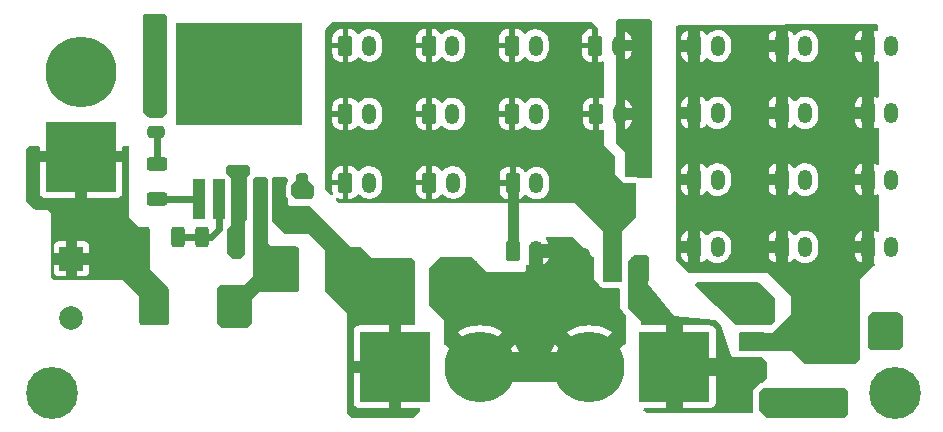
<source format=gbr>
%TF.GenerationSoftware,KiCad,Pcbnew,7.0.8*%
%TF.CreationDate,2023-12-06T00:15:51+05:30*%
%TF.ProjectId,PD Board,50442042-6f61-4726-942e-6b696361645f,V04*%
%TF.SameCoordinates,Original*%
%TF.FileFunction,Copper,L1,Top*%
%TF.FilePolarity,Positive*%
%FSLAX46Y46*%
G04 Gerber Fmt 4.6, Leading zero omitted, Abs format (unit mm)*
G04 Created by KiCad (PCBNEW 7.0.8) date 2023-12-06 00:15:51*
%MOMM*%
%LPD*%
G01*
G04 APERTURE LIST*
G04 Aperture macros list*
%AMRoundRect*
0 Rectangle with rounded corners*
0 $1 Rounding radius*
0 $2 $3 $4 $5 $6 $7 $8 $9 X,Y pos of 4 corners*
0 Add a 4 corners polygon primitive as box body*
4,1,4,$2,$3,$4,$5,$6,$7,$8,$9,$2,$3,0*
0 Add four circle primitives for the rounded corners*
1,1,$1+$1,$2,$3*
1,1,$1+$1,$4,$5*
1,1,$1+$1,$6,$7*
1,1,$1+$1,$8,$9*
0 Add four rect primitives between the rounded corners*
20,1,$1+$1,$2,$3,$4,$5,0*
20,1,$1+$1,$4,$5,$6,$7,0*
20,1,$1+$1,$6,$7,$8,$9,0*
20,1,$1+$1,$8,$9,$2,$3,0*%
G04 Aperture macros list end*
%TA.AperFunction,SMDPad,CuDef*%
%ADD10RoundRect,0.250000X-0.312500X-0.625000X0.312500X-0.625000X0.312500X0.625000X-0.312500X0.625000X0*%
%TD*%
%TA.AperFunction,SMDPad,CuDef*%
%ADD11R,2.950000X3.500000*%
%TD*%
%TA.AperFunction,ComponentPad*%
%ADD12RoundRect,0.250000X-0.350000X-0.625000X0.350000X-0.625000X0.350000X0.625000X-0.350000X0.625000X0*%
%TD*%
%TA.AperFunction,ComponentPad*%
%ADD13O,1.200000X1.750000*%
%TD*%
%TA.AperFunction,ComponentPad*%
%ADD14C,6.000000*%
%TD*%
%TA.AperFunction,ComponentPad*%
%ADD15R,6.000000X6.000000*%
%TD*%
%TA.AperFunction,ComponentPad*%
%ADD16C,0.700000*%
%TD*%
%TA.AperFunction,ComponentPad*%
%ADD17C,4.400000*%
%TD*%
%TA.AperFunction,SMDPad,CuDef*%
%ADD18R,1.500000X2.000000*%
%TD*%
%TA.AperFunction,SMDPad,CuDef*%
%ADD19R,3.800000X2.000000*%
%TD*%
%TA.AperFunction,SMDPad,CuDef*%
%ADD20RoundRect,0.250000X0.475000X-0.250000X0.475000X0.250000X-0.475000X0.250000X-0.475000X-0.250000X0*%
%TD*%
%TA.AperFunction,SMDPad,CuDef*%
%ADD21RoundRect,0.250000X-1.500000X-0.550000X1.500000X-0.550000X1.500000X0.550000X-1.500000X0.550000X0*%
%TD*%
%TA.AperFunction,ComponentPad*%
%ADD22R,2.000000X2.000000*%
%TD*%
%TA.AperFunction,ComponentPad*%
%ADD23C,2.000000*%
%TD*%
%TA.AperFunction,SMDPad,CuDef*%
%ADD24RoundRect,0.250000X1.000000X-1.400000X1.000000X1.400000X-1.000000X1.400000X-1.000000X-1.400000X0*%
%TD*%
%TA.AperFunction,SMDPad,CuDef*%
%ADD25RoundRect,0.250000X-0.250000X-0.475000X0.250000X-0.475000X0.250000X0.475000X-0.250000X0.475000X0*%
%TD*%
%TA.AperFunction,SMDPad,CuDef*%
%ADD26RoundRect,0.250000X0.250000X0.475000X-0.250000X0.475000X-0.250000X-0.475000X0.250000X-0.475000X0*%
%TD*%
%TA.AperFunction,SMDPad,CuDef*%
%ADD27RoundRect,0.250000X0.625000X-0.312500X0.625000X0.312500X-0.625000X0.312500X-0.625000X-0.312500X0*%
%TD*%
%TA.AperFunction,SMDPad,CuDef*%
%ADD28R,2.000000X1.500000*%
%TD*%
%TA.AperFunction,SMDPad,CuDef*%
%ADD29R,2.000000X3.800000*%
%TD*%
%TA.AperFunction,SMDPad,CuDef*%
%ADD30R,1.000000X3.400000*%
%TD*%
%TA.AperFunction,SMDPad,CuDef*%
%ADD31R,10.700000X8.600000*%
%TD*%
%TA.AperFunction,ViaPad*%
%ADD32C,0.800000*%
%TD*%
%TA.AperFunction,Conductor*%
%ADD33C,2.500000*%
%TD*%
%TA.AperFunction,Conductor*%
%ADD34C,0.250000*%
%TD*%
%TA.AperFunction,Conductor*%
%ADD35C,0.600000*%
%TD*%
%TA.AperFunction,Conductor*%
%ADD36C,0.900000*%
%TD*%
G04 APERTURE END LIST*
D10*
%TO.P,R2,1*%
%TO.N,/fb_24*%
X206037500Y-91850000D03*
%TO.P,R2,2*%
%TO.N,GND*%
X208962500Y-91850000D03*
%TD*%
D11*
%TO.P,L1,1,1*%
%TO.N,/Vin_Boost*%
X218075000Y-94550000D03*
%TO.P,L1,2,2*%
%TO.N,Net-(D1-A)*%
X212625000Y-94550000D03*
%TD*%
D12*
%TO.P,P16,1*%
%TO.N,/3.3V*%
X239400000Y-81400000D03*
D13*
%TO.P,P16,2*%
%TO.N,GND*%
X241400000Y-81400000D03*
%TD*%
D12*
%TO.P,P19,1*%
%TO.N,/5V*%
X255125000Y-86950000D03*
D13*
%TO.P,P19,2*%
%TO.N,GND*%
X257125000Y-86950000D03*
%TD*%
D14*
%TO.P,J1,N,NEG*%
%TO.N,GND*%
X238850000Y-102800000D03*
D15*
%TO.P,J1,P,POS*%
%TO.N,+12V*%
X246050000Y-102800000D03*
%TD*%
D16*
%TO.P,H2,1,1*%
%TO.N,GND*%
X191700000Y-104983274D03*
X192183274Y-103816548D03*
X192183274Y-106150000D03*
X193350000Y-103333274D03*
D17*
X193350000Y-104983274D03*
D16*
X193350000Y-106633274D03*
X194516726Y-103816548D03*
X194516726Y-106150000D03*
X195000000Y-104983274D03*
%TD*%
D12*
%TO.P,P7,1*%
%TO.N,/5V*%
X262425000Y-86950000D03*
D13*
%TO.P,P7,2*%
%TO.N,GND*%
X264425000Y-86950000D03*
%TD*%
D10*
%TO.P,R1,1*%
%TO.N,/24V*%
X201087500Y-91850000D03*
%TO.P,R1,2*%
%TO.N,/fb_24*%
X204012500Y-91850000D03*
%TD*%
D12*
%TO.P,P24,1*%
%TO.N,/3.3V*%
X232350000Y-93000000D03*
D13*
%TO.P,P24,2*%
%TO.N,GND*%
X234350000Y-93000000D03*
%TD*%
D12*
%TO.P,P26,1*%
%TO.N,/5V*%
X247725000Y-81300000D03*
D13*
%TO.P,P26,2*%
%TO.N,GND*%
X249725000Y-81300000D03*
%TD*%
D12*
%TO.P,P13,1*%
%TO.N,/3.3V*%
X218200000Y-81400000D03*
D13*
%TO.P,P13,2*%
%TO.N,GND*%
X220200000Y-81400000D03*
%TD*%
D16*
%TO.P,H1,1,1*%
%TO.N,GND*%
X263033274Y-104983274D03*
X263516548Y-103816548D03*
X263516548Y-106150000D03*
X264683274Y-103333274D03*
D17*
X264683274Y-104983274D03*
D16*
X264683274Y-106633274D03*
X265850000Y-103816548D03*
X265850000Y-106150000D03*
X266333274Y-104983274D03*
%TD*%
D12*
%TO.P,P17,1*%
%TO.N,/5V*%
X255125000Y-75650000D03*
D13*
%TO.P,P17,2*%
%TO.N,GND*%
X257125000Y-75650000D03*
%TD*%
D18*
%TO.P,U5,1,GND*%
%TO.N,GND*%
X238500000Y-94550000D03*
%TO.P,U5,2,VO*%
%TO.N,/3.3V*%
X240800000Y-94550000D03*
D19*
X240800000Y-88250000D03*
D18*
%TO.P,U5,3,VI*%
%TO.N,+12V*%
X243100000Y-94550000D03*
%TD*%
D20*
%TO.P,C2,1*%
%TO.N,/Vin_Boost*%
X214550000Y-89750000D03*
%TO.P,C2,2*%
%TO.N,GND*%
X214550000Y-87850000D03*
%TD*%
D12*
%TO.P,P21,1*%
%TO.N,/3.3V*%
X218200000Y-87200000D03*
D13*
%TO.P,P21,2*%
%TO.N,GND*%
X220200000Y-87200000D03*
%TD*%
D12*
%TO.P,P25,1*%
%TO.N,/5V*%
X247725000Y-75650000D03*
D13*
%TO.P,P25,2*%
%TO.N,GND*%
X249725000Y-75650000D03*
%TD*%
D12*
%TO.P,P23,1*%
%TO.N,/3.3V*%
X232350000Y-87250000D03*
D13*
%TO.P,P23,2*%
%TO.N,GND*%
X234350000Y-87250000D03*
%TD*%
D12*
%TO.P,P4,1*%
%TO.N,/3.3V*%
X239350000Y-75600000D03*
D13*
%TO.P,P4,2*%
%TO.N,GND*%
X241350000Y-75600000D03*
%TD*%
D12*
%TO.P,P22,1*%
%TO.N,/3.3V*%
X225300000Y-87200000D03*
D13*
%TO.P,P22,2*%
%TO.N,GND*%
X227300000Y-87200000D03*
%TD*%
D12*
%TO.P,P14,1*%
%TO.N,/3.3V*%
X225250000Y-81400000D03*
D13*
%TO.P,P14,2*%
%TO.N,GND*%
X227250000Y-81400000D03*
%TD*%
D20*
%TO.P,C4,1*%
%TO.N,Net-(C4-Pad1)*%
X202150000Y-82900000D03*
%TO.P,C4,2*%
%TO.N,GND*%
X202150000Y-81000000D03*
%TD*%
D21*
%TO.P,C1,1*%
%TO.N,/Vin_Boost*%
X222250000Y-94600000D03*
%TO.P,C1,2*%
%TO.N,GND*%
X227650000Y-94600000D03*
%TD*%
D12*
%TO.P,P28,1*%
%TO.N,/5V*%
X247725000Y-92650000D03*
D13*
%TO.P,P28,2*%
%TO.N,GND*%
X249725000Y-92650000D03*
%TD*%
D14*
%TO.P,J2,N,NEG*%
%TO.N,GND*%
X195800000Y-77800000D03*
D15*
%TO.P,J2,P,POS*%
%TO.N,/24V*%
X195800000Y-85000000D03*
%TD*%
D22*
%TO.P,C3,1*%
%TO.N,/24V*%
X195000000Y-93650000D03*
D23*
%TO.P,C3,2*%
%TO.N,GND*%
X195000000Y-98650000D03*
%TD*%
D12*
%TO.P,P27,1*%
%TO.N,/5V*%
X247725000Y-86950000D03*
D13*
%TO.P,P27,2*%
%TO.N,GND*%
X249725000Y-86950000D03*
%TD*%
D24*
%TO.P,D1,1,K*%
%TO.N,/24V*%
X202000000Y-97650000D03*
%TO.P,D1,2,A*%
%TO.N,Net-(D1-A)*%
X208800000Y-97650000D03*
%TD*%
D25*
%TO.P,C11,1*%
%TO.N,+12V*%
X252050000Y-105750000D03*
%TO.P,C11,2*%
%TO.N,GND*%
X253950000Y-105750000D03*
%TD*%
D26*
%TO.P,C9,1*%
%TO.N,+12V*%
X242700000Y-97150000D03*
%TO.P,C9,2*%
%TO.N,GND*%
X240800000Y-97150000D03*
%TD*%
D12*
%TO.P,P2,1*%
%TO.N,/3.3V*%
X225250000Y-75600000D03*
D13*
%TO.P,P2,2*%
%TO.N,GND*%
X227250000Y-75600000D03*
%TD*%
D12*
%TO.P,P1,1*%
%TO.N,/3.3V*%
X218200000Y-75600000D03*
D13*
%TO.P,P1,2*%
%TO.N,GND*%
X220200000Y-75600000D03*
%TD*%
D25*
%TO.P,C10,1*%
%TO.N,/5V*%
X261250000Y-100500000D03*
%TO.P,C10,2*%
%TO.N,GND*%
X263150000Y-100500000D03*
%TD*%
D12*
%TO.P,P5,1*%
%TO.N,/5V*%
X262425000Y-75650000D03*
D13*
%TO.P,P5,2*%
%TO.N,GND*%
X264425000Y-75650000D03*
%TD*%
D12*
%TO.P,P18,1*%
%TO.N,/5V*%
X255125000Y-81300000D03*
D13*
%TO.P,P18,2*%
%TO.N,GND*%
X257125000Y-81300000D03*
%TD*%
D27*
%TO.P,R3,1*%
%TO.N,/comp*%
X202200000Y-88562500D03*
%TO.P,R3,2*%
%TO.N,Net-(C4-Pad1)*%
X202200000Y-85637500D03*
%TD*%
D28*
%TO.P,U4,1,GND*%
%TO.N,GND*%
X252600000Y-98350000D03*
%TO.P,U4,2,VO*%
%TO.N,/5V*%
X252600000Y-100650000D03*
D29*
X258900000Y-100650000D03*
D28*
%TO.P,U4,3,VI*%
%TO.N,+12V*%
X252600000Y-102950000D03*
%TD*%
D12*
%TO.P,P3,1*%
%TO.N,/3.3V*%
X232300000Y-75600000D03*
D13*
%TO.P,P3,2*%
%TO.N,GND*%
X234300000Y-75600000D03*
%TD*%
D12*
%TO.P,P15,1*%
%TO.N,/3.3V*%
X232300000Y-81400000D03*
D13*
%TO.P,P15,2*%
%TO.N,GND*%
X234300000Y-81400000D03*
%TD*%
D12*
%TO.P,P20,1*%
%TO.N,/5V*%
X255125000Y-92650000D03*
D13*
%TO.P,P20,2*%
%TO.N,GND*%
X257125000Y-92650000D03*
%TD*%
D12*
%TO.P,P8,1*%
%TO.N,/5V*%
X262425000Y-92650000D03*
D13*
%TO.P,P8,2*%
%TO.N,GND*%
X264425000Y-92650000D03*
%TD*%
D25*
%TO.P,C12,1*%
%TO.N,/3.3V*%
X240450000Y-85850000D03*
%TO.P,C12,2*%
%TO.N,GND*%
X242350000Y-85850000D03*
%TD*%
D14*
%TO.P,J7,N,NEG*%
%TO.N,GND*%
X229600000Y-102800000D03*
D15*
%TO.P,J7,P,POS*%
%TO.N,/Vin_Boost*%
X222400000Y-102800000D03*
%TD*%
D30*
%TO.P,U2,1,COMP*%
%TO.N,/comp*%
X205800000Y-88600000D03*
%TO.P,U2,2,FB*%
%TO.N,/fb_24*%
X207500000Y-88600000D03*
%TO.P,U2,3,GND*%
%TO.N,GND*%
X209200000Y-88600000D03*
%TO.P,U2,4,SW*%
%TO.N,Net-(D1-A)*%
X210900000Y-88600000D03*
%TO.P,U2,5,VIN*%
%TO.N,/Vin_Boost*%
X212600000Y-88600000D03*
D31*
%TO.P,U2,6,GND*%
%TO.N,GND*%
X209200000Y-78000000D03*
%TD*%
D12*
%TO.P,P6,1*%
%TO.N,/5V*%
X262425000Y-81300000D03*
D13*
%TO.P,P6,2*%
%TO.N,GND*%
X264425000Y-81300000D03*
%TD*%
D32*
%TO.N,GND*%
X214500000Y-86850000D03*
X208950000Y-93200000D03*
X237350000Y-94550000D03*
X248800000Y-96100000D03*
X204750000Y-81150000D03*
X207250000Y-79050000D03*
X262950000Y-98850000D03*
X204700000Y-75000000D03*
X210900000Y-81150000D03*
X213500000Y-78950000D03*
X207200000Y-75050000D03*
X254000000Y-98350000D03*
X202150000Y-75950000D03*
X213450000Y-74950000D03*
X202100000Y-73700000D03*
X260050000Y-106450000D03*
X243300000Y-85900000D03*
X260050000Y-105100000D03*
X202100000Y-78250000D03*
X235250000Y-99400000D03*
X255500000Y-105200000D03*
X258500000Y-106450000D03*
X207250000Y-77000000D03*
X250300000Y-96100000D03*
X239250000Y-97750000D03*
X257100000Y-105150000D03*
X232000000Y-96750000D03*
X227850000Y-96750000D03*
X210900000Y-79000000D03*
X236000000Y-96750000D03*
X229750000Y-96750000D03*
X213500000Y-76900000D03*
X208600000Y-86200000D03*
X225850000Y-96650000D03*
X229250000Y-95500000D03*
X210900000Y-76950000D03*
X238500000Y-93150000D03*
X207250000Y-81200000D03*
X251200000Y-98350000D03*
X209700000Y-86200000D03*
X251950000Y-96100000D03*
X237000000Y-97750000D03*
X213500000Y-81100000D03*
X242400000Y-84700000D03*
X234000000Y-96750000D03*
X238500000Y-95950000D03*
X233000000Y-99400000D03*
X258550000Y-105100000D03*
X252600000Y-97200000D03*
X264600000Y-100500000D03*
X264550000Y-98850000D03*
X204750000Y-76950000D03*
X204750000Y-79000000D03*
X210850000Y-75000000D03*
X250150000Y-97350000D03*
%TO.N,/5V*%
X258850000Y-99350000D03*
X258900000Y-101950000D03*
%TO.N,/3.3V*%
X242100000Y-88200000D03*
X239450000Y-88200000D03*
%TD*%
D33*
%TO.N,GND*%
X229600000Y-102800000D02*
X238850000Y-102800000D01*
D34*
%TO.N,/24V*%
X196000000Y-85400000D02*
X196300000Y-85100000D01*
D35*
%TO.N,Net-(C4-Pad1)*%
X202200000Y-82950000D02*
X202150000Y-82900000D01*
X202200000Y-85637500D02*
X202200000Y-82950000D01*
D36*
%TO.N,/3.3V*%
X232350000Y-93000000D02*
X232350000Y-87250000D01*
D35*
%TO.N,/fb_24*%
X206037500Y-91850000D02*
X204012500Y-91850000D01*
X207500000Y-91150000D02*
X206800000Y-91850000D01*
X207500000Y-88600000D02*
X207500000Y-91150000D01*
X206800000Y-91850000D02*
X206037500Y-91850000D01*
%TO.N,/comp*%
X202237500Y-88600000D02*
X202200000Y-88562500D01*
X205800000Y-88600000D02*
X202237500Y-88600000D01*
%TD*%
%TA.AperFunction,Conductor*%
%TO.N,/Vin_Boost*%
G36*
X213165677Y-86719685D02*
G01*
X213186319Y-86736319D01*
X213313681Y-86863681D01*
X213347166Y-86925004D01*
X213350000Y-86951362D01*
X213350000Y-87028989D01*
X213330315Y-87096028D01*
X213322554Y-87106792D01*
X213303943Y-87129888D01*
X213284957Y-87155439D01*
X213230612Y-87270072D01*
X213210926Y-87337114D01*
X213210924Y-87337122D01*
X213197333Y-87431655D01*
X213194500Y-87451362D01*
X213194500Y-88209499D01*
X213195663Y-88231189D01*
X213195664Y-88231196D01*
X213199658Y-88268345D01*
X213204299Y-88299837D01*
X213204301Y-88299842D01*
X213246935Y-88419332D01*
X213246936Y-88419335D01*
X213246937Y-88419336D01*
X213280416Y-88480649D01*
X213280416Y-88480650D01*
X213280420Y-88480655D01*
X213325268Y-88540564D01*
X213349684Y-88606026D01*
X213350000Y-88614873D01*
X213350000Y-89050000D01*
X213500000Y-89200000D01*
X215098638Y-89200000D01*
X215165677Y-89219685D01*
X215186319Y-89236319D01*
X218650000Y-92700000D01*
X219498638Y-92700000D01*
X219565677Y-92719685D01*
X219586319Y-92736319D01*
X220450000Y-93600000D01*
X223798638Y-93600000D01*
X223865677Y-93619685D01*
X223886319Y-93636319D01*
X224063681Y-93813681D01*
X224097166Y-93875004D01*
X224100000Y-93901362D01*
X224100000Y-99174665D01*
X224096072Y-99174665D01*
X224098583Y-99198015D01*
X224067309Y-99260494D01*
X224007221Y-99296148D01*
X223976553Y-99300000D01*
X222900000Y-99300000D01*
X222900000Y-100578153D01*
X222854162Y-100565597D01*
X222552293Y-100525000D01*
X222323934Y-100525000D01*
X222096093Y-100540252D01*
X221900000Y-100580110D01*
X221900000Y-99300000D01*
X219352155Y-99300000D01*
X219292627Y-99306401D01*
X219292620Y-99306403D01*
X219157913Y-99356645D01*
X219157906Y-99356649D01*
X219042812Y-99442809D01*
X219042809Y-99442812D01*
X218956649Y-99557906D01*
X218956645Y-99557913D01*
X218906403Y-99692620D01*
X218906401Y-99692627D01*
X218900000Y-99752155D01*
X218900000Y-102300000D01*
X220177202Y-102300000D01*
X220131359Y-102571773D01*
X220121181Y-102876189D01*
X220151669Y-103179246D01*
X220180446Y-103300000D01*
X218900000Y-103300000D01*
X218900000Y-105847844D01*
X218906401Y-105907372D01*
X218906403Y-105907379D01*
X218956645Y-106042086D01*
X218956649Y-106042093D01*
X219042809Y-106157187D01*
X219042812Y-106157190D01*
X219157906Y-106243350D01*
X219157913Y-106243354D01*
X219292620Y-106293596D01*
X219292627Y-106293598D01*
X219352155Y-106299999D01*
X219352172Y-106300000D01*
X221900000Y-106300000D01*
X221900000Y-105021846D01*
X221945838Y-105034403D01*
X222247707Y-105075000D01*
X222476066Y-105075000D01*
X222703907Y-105059748D01*
X222900000Y-105019889D01*
X222900000Y-106300000D01*
X224400638Y-106300000D01*
X224467677Y-106319685D01*
X224513432Y-106372489D01*
X224523376Y-106441647D01*
X224494351Y-106505203D01*
X224488319Y-106511681D01*
X223886319Y-107113681D01*
X223824996Y-107147166D01*
X223798638Y-107150000D01*
X218801362Y-107150000D01*
X218734323Y-107130315D01*
X218713681Y-107113681D01*
X218336319Y-106736319D01*
X218302834Y-106674996D01*
X218300000Y-106648638D01*
X218300000Y-98250000D01*
X216486319Y-96436319D01*
X216452834Y-96374996D01*
X216450000Y-96348638D01*
X216450000Y-92900000D01*
X215150000Y-91600000D01*
X213151362Y-91600000D01*
X213084323Y-91580315D01*
X213063681Y-91563681D01*
X212041819Y-90541819D01*
X212008334Y-90480496D01*
X212005500Y-90454138D01*
X212005500Y-86890502D01*
X212004363Y-86869303D01*
X212004337Y-86868811D01*
X212004336Y-86868804D01*
X212004337Y-86868806D01*
X212003578Y-86861756D01*
X212015980Y-86792995D01*
X212039183Y-86760816D01*
X212063685Y-86736315D01*
X212125010Y-86702833D01*
X212151363Y-86700000D01*
X213098638Y-86700000D01*
X213165677Y-86719685D01*
G37*
%TD.AperFunction*%
%TD*%
%TA.AperFunction,Conductor*%
%TO.N,GND*%
G36*
X253215677Y-95669685D02*
G01*
X253236319Y-95686319D01*
X254563681Y-97013681D01*
X254597166Y-97075004D01*
X254600000Y-97101362D01*
X254600000Y-98848638D01*
X254580315Y-98915677D01*
X254563681Y-98936319D01*
X254236319Y-99263681D01*
X254174996Y-99297166D01*
X254148638Y-99300000D01*
X251326392Y-99300000D01*
X251259353Y-99280315D01*
X251239937Y-99264890D01*
X247816131Y-95934886D01*
X247781798Y-95874034D01*
X247785814Y-95804280D01*
X247814901Y-95758319D01*
X247886904Y-95686316D01*
X247948226Y-95652834D01*
X247974583Y-95650000D01*
X253148638Y-95650000D01*
X253215677Y-95669685D01*
G37*
%TD.AperFunction*%
%TD*%
%TA.AperFunction,Conductor*%
%TO.N,+12V*%
G36*
X243742985Y-93369685D02*
G01*
X243788740Y-93422489D01*
X243799946Y-93474054D01*
X243798937Y-95800000D01*
X246018627Y-98500000D01*
X249481230Y-98823501D01*
X249545660Y-98848959D01*
X249863298Y-99095189D01*
X249904101Y-99151483D01*
X250049255Y-99557913D01*
X250850000Y-101800000D01*
X250850001Y-101800002D01*
X251049999Y-101999999D01*
X251050000Y-102000000D01*
X251576877Y-102000000D01*
X251594523Y-102001262D01*
X251597650Y-102001711D01*
X251624000Y-102005500D01*
X253454138Y-102005500D01*
X253521177Y-102025185D01*
X253541819Y-102041819D01*
X253813681Y-102313681D01*
X253847166Y-102375004D01*
X253850000Y-102401362D01*
X253850000Y-103748637D01*
X253830315Y-103815676D01*
X253813681Y-103836318D01*
X253573231Y-104076767D01*
X253522879Y-104105741D01*
X253523259Y-104106758D01*
X253517554Y-104108885D01*
X253517552Y-104108886D01*
X253448445Y-104134662D01*
X253382747Y-104159166D01*
X253321422Y-104192651D01*
X253206240Y-104278876D01*
X253206228Y-104278886D01*
X252869296Y-104615819D01*
X252851209Y-104635956D01*
X252851209Y-104635955D01*
X252826080Y-104667139D01*
X252794433Y-104711025D01*
X252734663Y-104841899D01*
X252714978Y-104908937D01*
X252714976Y-104908942D01*
X252694500Y-105051363D01*
X252694500Y-106362173D01*
X252695950Y-106389227D01*
X252695950Y-106389228D01*
X252700231Y-106429036D01*
X252708885Y-106482445D01*
X252708887Y-106482452D01*
X252727616Y-106532665D01*
X252732601Y-106602357D01*
X252699117Y-106663680D01*
X252637794Y-106697166D01*
X252611435Y-106700000D01*
X243701362Y-106700000D01*
X243634323Y-106680315D01*
X243613681Y-106663681D01*
X243461681Y-106511681D01*
X243428196Y-106450358D01*
X243433180Y-106380666D01*
X243475052Y-106324733D01*
X243540516Y-106300316D01*
X243549362Y-106300000D01*
X245300000Y-106300000D01*
X245300000Y-104953052D01*
X245302073Y-104953932D01*
X245595838Y-105034403D01*
X245897707Y-105075000D01*
X246126066Y-105075000D01*
X246353907Y-105059748D01*
X246652390Y-104999078D01*
X246800000Y-104947822D01*
X246800000Y-106300000D01*
X249097828Y-106300000D01*
X249097844Y-106299999D01*
X249157372Y-106293598D01*
X249157379Y-106293596D01*
X249292086Y-106243354D01*
X249292093Y-106243350D01*
X249407187Y-106157190D01*
X249407190Y-106157187D01*
X249493350Y-106042093D01*
X249493354Y-106042086D01*
X249543596Y-105907379D01*
X249543598Y-105907372D01*
X249549999Y-105847844D01*
X249550000Y-105847827D01*
X249550000Y-103550000D01*
X248199292Y-103550000D01*
X248267979Y-103328571D01*
X248318641Y-103028227D01*
X248328819Y-102723811D01*
X248298331Y-102420754D01*
X248227722Y-102124464D01*
X248199043Y-102050000D01*
X249550000Y-102050000D01*
X249550000Y-99752172D01*
X249549999Y-99752155D01*
X249543598Y-99692627D01*
X249543596Y-99692620D01*
X249493354Y-99557913D01*
X249493350Y-99557906D01*
X249407190Y-99442812D01*
X249407187Y-99442809D01*
X249292093Y-99356649D01*
X249292086Y-99356645D01*
X249157379Y-99306403D01*
X249157372Y-99306401D01*
X249097844Y-99300000D01*
X246800000Y-99300000D01*
X246800000Y-100646947D01*
X246797927Y-100646068D01*
X246504162Y-100565597D01*
X246202293Y-100525000D01*
X245973934Y-100525000D01*
X245746093Y-100540252D01*
X245447610Y-100600922D01*
X245300000Y-100652177D01*
X245300000Y-99300000D01*
X243324000Y-99300000D01*
X243256961Y-99280315D01*
X243211206Y-99227511D01*
X243200000Y-99176000D01*
X243200000Y-98999999D01*
X242200000Y-97950000D01*
X242136319Y-97886319D01*
X242102834Y-97824996D01*
X242100000Y-97798638D01*
X242100000Y-95523122D01*
X242101262Y-95505475D01*
X242105500Y-95476000D01*
X242105500Y-93895862D01*
X242125185Y-93828823D01*
X242141819Y-93808181D01*
X242563681Y-93386319D01*
X242625004Y-93352834D01*
X242651362Y-93350000D01*
X243675946Y-93350000D01*
X243742985Y-93369685D01*
G37*
%TD.AperFunction*%
%TD*%
%TA.AperFunction,Conductor*%
%TO.N,GND*%
G36*
X214865677Y-86419685D02*
G01*
X214886319Y-86436319D01*
X214963681Y-86513681D01*
X214997166Y-86575004D01*
X215000000Y-86601362D01*
X215000000Y-86950000D01*
X215463681Y-87413681D01*
X215497166Y-87475004D01*
X215500000Y-87501362D01*
X215500000Y-88298638D01*
X215480315Y-88365677D01*
X215463681Y-88386319D01*
X215286319Y-88563681D01*
X215224996Y-88597166D01*
X215198638Y-88600000D01*
X214001362Y-88600000D01*
X213934323Y-88580315D01*
X213913681Y-88563681D01*
X213636319Y-88286319D01*
X213602834Y-88224996D01*
X213600000Y-88198638D01*
X213600000Y-87451362D01*
X213619685Y-87384323D01*
X213636319Y-87363681D01*
X214050000Y-86950000D01*
X214050000Y-86601362D01*
X214069685Y-86534323D01*
X214086319Y-86513681D01*
X214163681Y-86436319D01*
X214225004Y-86402834D01*
X214251362Y-86400000D01*
X214798638Y-86400000D01*
X214865677Y-86419685D01*
G37*
%TD.AperFunction*%
%TD*%
%TA.AperFunction,Conductor*%
%TO.N,/3.3V*%
G36*
X239015677Y-73619685D02*
G01*
X239036319Y-73636319D01*
X239563681Y-74163681D01*
X239597166Y-74225004D01*
X239600000Y-74251362D01*
X239600000Y-75319382D01*
X239530948Y-75265637D01*
X239412576Y-75225000D01*
X239318927Y-75225000D01*
X239226554Y-75240414D01*
X239116486Y-75299981D01*
X239100000Y-75317889D01*
X239100000Y-74225000D01*
X238950027Y-74225000D01*
X238950012Y-74225001D01*
X238847302Y-74235494D01*
X238680880Y-74290641D01*
X238680875Y-74290643D01*
X238531654Y-74382684D01*
X238407684Y-74506654D01*
X238315643Y-74655875D01*
X238315641Y-74655880D01*
X238260494Y-74822302D01*
X238260493Y-74822309D01*
X238250000Y-74925013D01*
X238250000Y-75350000D01*
X239070440Y-75350000D01*
X239031722Y-75392059D01*
X238981449Y-75506670D01*
X238971114Y-75631395D01*
X239001837Y-75752719D01*
X239065394Y-75850000D01*
X238250001Y-75850000D01*
X238250001Y-76274986D01*
X238260494Y-76377697D01*
X238315641Y-76544119D01*
X238315643Y-76544124D01*
X238407684Y-76693345D01*
X238531654Y-76817315D01*
X238680875Y-76909356D01*
X238680880Y-76909358D01*
X238847302Y-76964505D01*
X238847309Y-76964506D01*
X238950019Y-76974999D01*
X239099999Y-76974999D01*
X239100000Y-76974998D01*
X239100000Y-75880617D01*
X239169052Y-75934363D01*
X239287424Y-75975000D01*
X239381073Y-75975000D01*
X239473446Y-75959586D01*
X239583514Y-75900019D01*
X239600000Y-75882110D01*
X239600000Y-76974999D01*
X239749972Y-76974999D01*
X239749986Y-76974998D01*
X239852695Y-76964506D01*
X239936995Y-76936571D01*
X240006823Y-76934169D01*
X240066865Y-76969900D01*
X240098059Y-77032420D01*
X240100000Y-77054277D01*
X240100000Y-79929154D01*
X240080315Y-79996193D01*
X240027511Y-80041948D01*
X239958353Y-80051892D01*
X239936997Y-80046860D01*
X239902700Y-80035495D01*
X239902690Y-80035493D01*
X239799986Y-80025000D01*
X239650000Y-80025000D01*
X239650000Y-81119382D01*
X239580948Y-81065637D01*
X239462576Y-81025000D01*
X239368927Y-81025000D01*
X239276554Y-81040414D01*
X239166486Y-81099981D01*
X239150000Y-81117889D01*
X239150000Y-80025000D01*
X239000027Y-80025000D01*
X239000012Y-80025001D01*
X238897302Y-80035494D01*
X238730880Y-80090641D01*
X238730875Y-80090643D01*
X238581654Y-80182684D01*
X238457684Y-80306654D01*
X238365643Y-80455875D01*
X238365641Y-80455880D01*
X238310494Y-80622302D01*
X238310493Y-80622309D01*
X238300000Y-80725013D01*
X238300000Y-81150000D01*
X239120440Y-81150000D01*
X239081722Y-81192059D01*
X239031449Y-81306670D01*
X239021114Y-81431395D01*
X239051837Y-81552719D01*
X239115394Y-81650000D01*
X238300001Y-81650000D01*
X238300001Y-82074986D01*
X238310494Y-82177697D01*
X238365641Y-82344119D01*
X238365643Y-82344124D01*
X238457684Y-82493345D01*
X238581654Y-82617315D01*
X238730875Y-82709356D01*
X238730880Y-82709358D01*
X238897302Y-82764505D01*
X238897309Y-82764506D01*
X239000019Y-82774999D01*
X239149999Y-82774999D01*
X239150000Y-82774998D01*
X239150000Y-81680617D01*
X239219052Y-81734363D01*
X239337424Y-81775000D01*
X239431073Y-81775000D01*
X239523446Y-81759586D01*
X239633514Y-81700019D01*
X239650000Y-81682110D01*
X239650000Y-82774999D01*
X239799972Y-82774999D01*
X239799986Y-82774998D01*
X239902695Y-82764506D01*
X239936995Y-82753140D01*
X240006823Y-82750738D01*
X240066866Y-82786469D01*
X240098059Y-82848989D01*
X240100000Y-82870846D01*
X240100000Y-84000000D01*
X240963681Y-84863681D01*
X240997166Y-84925004D01*
X241000000Y-84951362D01*
X241000000Y-86500000D01*
X241700000Y-87200000D01*
X242648638Y-87200000D01*
X242715677Y-87219685D01*
X242736319Y-87236319D01*
X242763681Y-87263681D01*
X242797166Y-87325004D01*
X242800000Y-87351362D01*
X242800000Y-90048638D01*
X242780315Y-90115677D01*
X242763681Y-90136319D01*
X241600000Y-91299999D01*
X241600000Y-95476000D01*
X241580315Y-95543039D01*
X241527511Y-95588794D01*
X241476000Y-95600000D01*
X240124000Y-95600000D01*
X240056961Y-95580315D01*
X240011206Y-95527511D01*
X240000000Y-95476000D01*
X240000000Y-91300000D01*
X237600000Y-88900000D01*
X217651362Y-88900000D01*
X217584323Y-88880315D01*
X217563681Y-88863681D01*
X217419973Y-88719973D01*
X217386488Y-88658650D01*
X217391472Y-88588958D01*
X217433344Y-88533025D01*
X217498808Y-88508608D01*
X217546658Y-88514586D01*
X217697302Y-88564505D01*
X217697309Y-88564506D01*
X217800019Y-88574999D01*
X217949999Y-88574999D01*
X217950000Y-88574998D01*
X217950000Y-87480617D01*
X218019052Y-87534363D01*
X218137424Y-87575000D01*
X218231073Y-87575000D01*
X218323446Y-87559586D01*
X218433514Y-87500019D01*
X218450000Y-87482110D01*
X218450000Y-88574999D01*
X218599972Y-88574999D01*
X218599986Y-88574998D01*
X218702697Y-88564505D01*
X218869119Y-88509358D01*
X218869124Y-88509356D01*
X219018345Y-88417315D01*
X219142317Y-88293343D01*
X219181485Y-88229842D01*
X219233433Y-88183117D01*
X219302395Y-88171894D01*
X219366477Y-88199737D01*
X219384494Y-88218286D01*
X219399905Y-88237883D01*
X219399909Y-88237887D01*
X219558746Y-88375521D01*
X219740750Y-88480601D01*
X219740752Y-88480601D01*
X219740756Y-88480604D01*
X219939367Y-88549344D01*
X220147398Y-88579254D01*
X220357330Y-88569254D01*
X220561576Y-88519704D01*
X220647199Y-88480601D01*
X220752743Y-88432401D01*
X220752746Y-88432399D01*
X220752753Y-88432396D01*
X220923952Y-88310486D01*
X220964190Y-88268286D01*
X221068985Y-88158379D01*
X221068986Y-88158378D01*
X221182613Y-87981572D01*
X221260725Y-87786457D01*
X221300500Y-87580085D01*
X221300500Y-86950000D01*
X224200000Y-86950000D01*
X225020440Y-86950000D01*
X224981722Y-86992059D01*
X224931449Y-87106670D01*
X224921114Y-87231395D01*
X224951837Y-87352719D01*
X225015394Y-87450000D01*
X224200001Y-87450000D01*
X224200001Y-87874986D01*
X224210494Y-87977697D01*
X224265641Y-88144119D01*
X224265643Y-88144124D01*
X224357684Y-88293345D01*
X224481654Y-88417315D01*
X224630875Y-88509356D01*
X224630880Y-88509358D01*
X224797302Y-88564505D01*
X224797309Y-88564506D01*
X224900019Y-88574999D01*
X225049999Y-88574999D01*
X225050000Y-88574998D01*
X225050000Y-87480617D01*
X225119052Y-87534363D01*
X225237424Y-87575000D01*
X225331073Y-87575000D01*
X225423446Y-87559586D01*
X225533514Y-87500019D01*
X225550000Y-87482110D01*
X225550000Y-88574999D01*
X225699972Y-88574999D01*
X225699986Y-88574998D01*
X225802697Y-88564505D01*
X225969119Y-88509358D01*
X225969124Y-88509356D01*
X226118345Y-88417315D01*
X226242317Y-88293343D01*
X226281485Y-88229842D01*
X226333433Y-88183117D01*
X226402395Y-88171894D01*
X226466477Y-88199737D01*
X226484494Y-88218286D01*
X226499905Y-88237883D01*
X226499909Y-88237887D01*
X226658746Y-88375521D01*
X226840750Y-88480601D01*
X226840752Y-88480601D01*
X226840756Y-88480604D01*
X227039367Y-88549344D01*
X227247398Y-88579254D01*
X227457330Y-88569254D01*
X227661576Y-88519704D01*
X227747199Y-88480601D01*
X227852743Y-88432401D01*
X227852746Y-88432399D01*
X227852753Y-88432396D01*
X228023952Y-88310486D01*
X228064190Y-88268286D01*
X228168985Y-88158379D01*
X228168986Y-88158378D01*
X228282613Y-87981572D01*
X228360725Y-87786457D01*
X228400500Y-87580085D01*
X228400500Y-87000000D01*
X231250000Y-87000000D01*
X232070440Y-87000000D01*
X232031722Y-87042059D01*
X231981449Y-87156670D01*
X231971114Y-87281395D01*
X232001837Y-87402719D01*
X232065394Y-87500000D01*
X231250001Y-87500000D01*
X231250001Y-87924986D01*
X231260494Y-88027697D01*
X231315641Y-88194119D01*
X231315643Y-88194124D01*
X231407684Y-88343345D01*
X231531654Y-88467315D01*
X231680875Y-88559356D01*
X231680880Y-88559358D01*
X231847302Y-88614505D01*
X231847309Y-88614506D01*
X231950019Y-88624999D01*
X232099999Y-88624999D01*
X232100000Y-88624998D01*
X232100000Y-87530617D01*
X232169052Y-87584363D01*
X232287424Y-87625000D01*
X232381073Y-87625000D01*
X232473446Y-87609586D01*
X232583514Y-87550019D01*
X232600000Y-87532110D01*
X232600000Y-88624999D01*
X232749972Y-88624999D01*
X232749986Y-88624998D01*
X232852697Y-88614505D01*
X233019119Y-88559358D01*
X233019124Y-88559356D01*
X233168345Y-88467315D01*
X233292317Y-88343343D01*
X233331485Y-88279842D01*
X233383433Y-88233117D01*
X233452395Y-88221894D01*
X233516477Y-88249737D01*
X233534494Y-88268286D01*
X233549905Y-88287883D01*
X233549909Y-88287887D01*
X233708746Y-88425521D01*
X233890750Y-88530601D01*
X233890752Y-88530601D01*
X233890756Y-88530604D01*
X234089367Y-88599344D01*
X234297398Y-88629254D01*
X234507330Y-88619254D01*
X234711576Y-88569704D01*
X234783267Y-88536963D01*
X234902743Y-88482401D01*
X234902746Y-88482399D01*
X234902753Y-88482396D01*
X235073952Y-88360486D01*
X235121634Y-88310479D01*
X235218985Y-88208379D01*
X235225547Y-88198169D01*
X235332613Y-88031572D01*
X235410725Y-87836457D01*
X235450500Y-87630085D01*
X235450500Y-86922575D01*
X235435528Y-86765782D01*
X235376316Y-86564125D01*
X235280011Y-86377318D01*
X235280009Y-86377316D01*
X235280008Y-86377313D01*
X235150094Y-86212116D01*
X235150090Y-86212112D01*
X234991253Y-86074478D01*
X234809249Y-85969398D01*
X234809245Y-85969396D01*
X234809244Y-85969396D01*
X234610633Y-85900656D01*
X234402602Y-85870746D01*
X234402598Y-85870746D01*
X234192672Y-85880745D01*
X233988421Y-85930296D01*
X233988417Y-85930298D01*
X233797256Y-86017598D01*
X233797251Y-86017601D01*
X233626046Y-86139515D01*
X233626045Y-86139515D01*
X233527892Y-86242456D01*
X233467383Y-86277391D01*
X233397592Y-86274066D01*
X233340678Y-86233537D01*
X233332610Y-86221982D01*
X233292317Y-86156656D01*
X233168345Y-86032684D01*
X233019124Y-85940643D01*
X233019119Y-85940641D01*
X232852697Y-85885494D01*
X232852690Y-85885493D01*
X232749986Y-85875000D01*
X232600000Y-85875000D01*
X232600000Y-86969382D01*
X232530948Y-86915637D01*
X232412576Y-86875000D01*
X232318927Y-86875000D01*
X232226554Y-86890414D01*
X232116486Y-86949981D01*
X232100000Y-86967889D01*
X232100000Y-85875000D01*
X231950027Y-85875000D01*
X231950012Y-85875001D01*
X231847302Y-85885494D01*
X231680880Y-85940641D01*
X231680875Y-85940643D01*
X231531654Y-86032684D01*
X231407684Y-86156654D01*
X231315643Y-86305875D01*
X231315641Y-86305880D01*
X231260494Y-86472302D01*
X231260493Y-86472309D01*
X231250000Y-86575013D01*
X231250000Y-87000000D01*
X228400500Y-87000000D01*
X228400500Y-86872575D01*
X228385528Y-86715782D01*
X228326316Y-86514125D01*
X228230011Y-86327318D01*
X228230009Y-86327316D01*
X228230008Y-86327313D01*
X228100094Y-86162116D01*
X228100090Y-86162112D01*
X227941253Y-86024478D01*
X227759249Y-85919398D01*
X227759245Y-85919396D01*
X227759244Y-85919396D01*
X227560633Y-85850656D01*
X227352602Y-85820746D01*
X227352598Y-85820746D01*
X227142672Y-85830745D01*
X226938421Y-85880296D01*
X226938417Y-85880298D01*
X226747256Y-85967598D01*
X226747251Y-85967601D01*
X226576046Y-86089515D01*
X226576045Y-86089515D01*
X226477892Y-86192456D01*
X226417383Y-86227391D01*
X226347592Y-86224066D01*
X226290678Y-86183537D01*
X226282610Y-86171982D01*
X226242317Y-86106656D01*
X226118345Y-85982684D01*
X225969124Y-85890643D01*
X225969119Y-85890641D01*
X225802697Y-85835494D01*
X225802690Y-85835493D01*
X225699986Y-85825000D01*
X225550000Y-85825000D01*
X225550000Y-86919382D01*
X225480948Y-86865637D01*
X225362576Y-86825000D01*
X225268927Y-86825000D01*
X225176554Y-86840414D01*
X225066486Y-86899981D01*
X225050000Y-86917889D01*
X225050000Y-85825000D01*
X224900027Y-85825000D01*
X224900012Y-85825001D01*
X224797302Y-85835494D01*
X224630880Y-85890641D01*
X224630875Y-85890643D01*
X224481654Y-85982684D01*
X224357684Y-86106654D01*
X224265643Y-86255875D01*
X224265641Y-86255880D01*
X224210494Y-86422302D01*
X224210493Y-86422309D01*
X224200000Y-86525013D01*
X224200000Y-86950000D01*
X221300500Y-86950000D01*
X221300500Y-86872575D01*
X221285528Y-86715782D01*
X221226316Y-86514125D01*
X221130011Y-86327318D01*
X221130009Y-86327316D01*
X221130008Y-86327313D01*
X221000094Y-86162116D01*
X221000090Y-86162112D01*
X220841253Y-86024478D01*
X220659249Y-85919398D01*
X220659245Y-85919396D01*
X220659244Y-85919396D01*
X220460633Y-85850656D01*
X220252602Y-85820746D01*
X220252598Y-85820746D01*
X220042672Y-85830745D01*
X219838421Y-85880296D01*
X219838417Y-85880298D01*
X219647256Y-85967598D01*
X219647251Y-85967601D01*
X219476046Y-86089515D01*
X219476045Y-86089515D01*
X219377892Y-86192456D01*
X219317383Y-86227391D01*
X219247592Y-86224066D01*
X219190678Y-86183537D01*
X219182610Y-86171982D01*
X219142317Y-86106656D01*
X219018345Y-85982684D01*
X218869124Y-85890643D01*
X218869119Y-85890641D01*
X218702697Y-85835494D01*
X218702690Y-85835493D01*
X218599986Y-85825000D01*
X218450000Y-85825000D01*
X218450000Y-86919382D01*
X218380948Y-86865637D01*
X218262576Y-86825000D01*
X218168927Y-86825000D01*
X218076554Y-86840414D01*
X217966486Y-86899981D01*
X217950000Y-86917889D01*
X217950000Y-85825000D01*
X217800027Y-85825000D01*
X217800012Y-85825001D01*
X217697302Y-85835494D01*
X217530880Y-85890641D01*
X217530875Y-85890643D01*
X217381654Y-85982684D01*
X217257684Y-86106654D01*
X217165643Y-86255875D01*
X217165641Y-86255880D01*
X217110494Y-86422302D01*
X217110493Y-86422309D01*
X217100000Y-86525013D01*
X217100000Y-86950000D01*
X217920440Y-86950000D01*
X217881722Y-86992059D01*
X217831449Y-87106670D01*
X217821114Y-87231395D01*
X217851837Y-87352719D01*
X217915394Y-87450000D01*
X217100001Y-87450000D01*
X217100001Y-87874986D01*
X217110494Y-87977697D01*
X217160413Y-88128341D01*
X217162815Y-88198169D01*
X217127083Y-88258211D01*
X217064563Y-88289404D01*
X216995103Y-88281843D01*
X216955026Y-88255026D01*
X216536319Y-87836319D01*
X216502834Y-87774996D01*
X216500000Y-87748638D01*
X216500000Y-81150000D01*
X217100000Y-81150000D01*
X217920440Y-81150000D01*
X217881722Y-81192059D01*
X217831449Y-81306670D01*
X217821114Y-81431395D01*
X217851837Y-81552719D01*
X217915394Y-81650000D01*
X217100001Y-81650000D01*
X217100001Y-82074986D01*
X217110494Y-82177697D01*
X217165641Y-82344119D01*
X217165643Y-82344124D01*
X217257684Y-82493345D01*
X217381654Y-82617315D01*
X217530875Y-82709356D01*
X217530880Y-82709358D01*
X217697302Y-82764505D01*
X217697309Y-82764506D01*
X217800019Y-82774999D01*
X217949999Y-82774999D01*
X217950000Y-82774998D01*
X217950000Y-81680617D01*
X218019052Y-81734363D01*
X218137424Y-81775000D01*
X218231073Y-81775000D01*
X218323446Y-81759586D01*
X218433514Y-81700019D01*
X218450000Y-81682110D01*
X218450000Y-82774999D01*
X218599972Y-82774999D01*
X218599986Y-82774998D01*
X218702697Y-82764505D01*
X218869119Y-82709358D01*
X218869124Y-82709356D01*
X219018345Y-82617315D01*
X219142317Y-82493343D01*
X219181485Y-82429842D01*
X219233433Y-82383117D01*
X219302395Y-82371894D01*
X219366477Y-82399737D01*
X219384494Y-82418286D01*
X219399905Y-82437883D01*
X219399909Y-82437887D01*
X219558746Y-82575521D01*
X219740750Y-82680601D01*
X219740752Y-82680601D01*
X219740756Y-82680604D01*
X219939367Y-82749344D01*
X220147398Y-82779254D01*
X220357330Y-82769254D01*
X220561576Y-82719704D01*
X220647199Y-82680601D01*
X220752743Y-82632401D01*
X220752746Y-82632399D01*
X220752753Y-82632396D01*
X220923952Y-82510486D01*
X220993179Y-82437883D01*
X221068985Y-82358379D01*
X221068986Y-82358378D01*
X221182613Y-82181572D01*
X221260725Y-81986457D01*
X221300500Y-81780085D01*
X221300500Y-81150000D01*
X224150000Y-81150000D01*
X224970440Y-81150000D01*
X224931722Y-81192059D01*
X224881449Y-81306670D01*
X224871114Y-81431395D01*
X224901837Y-81552719D01*
X224965394Y-81650000D01*
X224150001Y-81650000D01*
X224150001Y-82074986D01*
X224160494Y-82177697D01*
X224215641Y-82344119D01*
X224215643Y-82344124D01*
X224307684Y-82493345D01*
X224431654Y-82617315D01*
X224580875Y-82709356D01*
X224580880Y-82709358D01*
X224747302Y-82764505D01*
X224747309Y-82764506D01*
X224850019Y-82774999D01*
X224999999Y-82774999D01*
X225000000Y-82774998D01*
X225000000Y-81680617D01*
X225069052Y-81734363D01*
X225187424Y-81775000D01*
X225281073Y-81775000D01*
X225373446Y-81759586D01*
X225483514Y-81700019D01*
X225500000Y-81682110D01*
X225500000Y-82774999D01*
X225649972Y-82774999D01*
X225649986Y-82774998D01*
X225752697Y-82764505D01*
X225919119Y-82709358D01*
X225919124Y-82709356D01*
X226068345Y-82617315D01*
X226192317Y-82493343D01*
X226231485Y-82429842D01*
X226283433Y-82383117D01*
X226352395Y-82371894D01*
X226416477Y-82399737D01*
X226434494Y-82418286D01*
X226449905Y-82437883D01*
X226449909Y-82437887D01*
X226608746Y-82575521D01*
X226790750Y-82680601D01*
X226790752Y-82680601D01*
X226790756Y-82680604D01*
X226989367Y-82749344D01*
X227197398Y-82779254D01*
X227407330Y-82769254D01*
X227611576Y-82719704D01*
X227697199Y-82680601D01*
X227802743Y-82632401D01*
X227802746Y-82632399D01*
X227802753Y-82632396D01*
X227973952Y-82510486D01*
X228043179Y-82437883D01*
X228118985Y-82358379D01*
X228118986Y-82358378D01*
X228232613Y-82181572D01*
X228310725Y-81986457D01*
X228350500Y-81780085D01*
X228350500Y-81150000D01*
X231200000Y-81150000D01*
X232020440Y-81150000D01*
X231981722Y-81192059D01*
X231931449Y-81306670D01*
X231921114Y-81431395D01*
X231951837Y-81552719D01*
X232015394Y-81650000D01*
X231200001Y-81650000D01*
X231200001Y-82074986D01*
X231210494Y-82177697D01*
X231265641Y-82344119D01*
X231265643Y-82344124D01*
X231357684Y-82493345D01*
X231481654Y-82617315D01*
X231630875Y-82709356D01*
X231630880Y-82709358D01*
X231797302Y-82764505D01*
X231797309Y-82764506D01*
X231900019Y-82774999D01*
X232049999Y-82774999D01*
X232050000Y-82774998D01*
X232050000Y-81680617D01*
X232119052Y-81734363D01*
X232237424Y-81775000D01*
X232331073Y-81775000D01*
X232423446Y-81759586D01*
X232533514Y-81700019D01*
X232550000Y-81682110D01*
X232550000Y-82774999D01*
X232699972Y-82774999D01*
X232699986Y-82774998D01*
X232802697Y-82764505D01*
X232969119Y-82709358D01*
X232969124Y-82709356D01*
X233118345Y-82617315D01*
X233242317Y-82493343D01*
X233281485Y-82429842D01*
X233333433Y-82383117D01*
X233402395Y-82371894D01*
X233466477Y-82399737D01*
X233484494Y-82418286D01*
X233499905Y-82437883D01*
X233499909Y-82437887D01*
X233658746Y-82575521D01*
X233840750Y-82680601D01*
X233840752Y-82680601D01*
X233840756Y-82680604D01*
X234039367Y-82749344D01*
X234247398Y-82779254D01*
X234457330Y-82769254D01*
X234661576Y-82719704D01*
X234747199Y-82680601D01*
X234852743Y-82632401D01*
X234852746Y-82632399D01*
X234852753Y-82632396D01*
X235023952Y-82510486D01*
X235093179Y-82437883D01*
X235168985Y-82358379D01*
X235168986Y-82358378D01*
X235282613Y-82181572D01*
X235360725Y-81986457D01*
X235400500Y-81780085D01*
X235400500Y-81072575D01*
X235385528Y-80915782D01*
X235326316Y-80714125D01*
X235230011Y-80527318D01*
X235230009Y-80527316D01*
X235230008Y-80527313D01*
X235100094Y-80362116D01*
X235100090Y-80362112D01*
X234941253Y-80224478D01*
X234759249Y-80119398D01*
X234759245Y-80119396D01*
X234759244Y-80119396D01*
X234560633Y-80050656D01*
X234352602Y-80020746D01*
X234352598Y-80020746D01*
X234142672Y-80030745D01*
X233938421Y-80080296D01*
X233938417Y-80080298D01*
X233747256Y-80167598D01*
X233747251Y-80167601D01*
X233576046Y-80289515D01*
X233576045Y-80289515D01*
X233477892Y-80392456D01*
X233417383Y-80427391D01*
X233347592Y-80424066D01*
X233290678Y-80383537D01*
X233282610Y-80371982D01*
X233242317Y-80306656D01*
X233118345Y-80182684D01*
X232969124Y-80090643D01*
X232969119Y-80090641D01*
X232802697Y-80035494D01*
X232802690Y-80035493D01*
X232699986Y-80025000D01*
X232550000Y-80025000D01*
X232550000Y-81119382D01*
X232480948Y-81065637D01*
X232362576Y-81025000D01*
X232268927Y-81025000D01*
X232176554Y-81040414D01*
X232066486Y-81099981D01*
X232050000Y-81117889D01*
X232050000Y-80025000D01*
X231900027Y-80025000D01*
X231900012Y-80025001D01*
X231797302Y-80035494D01*
X231630880Y-80090641D01*
X231630875Y-80090643D01*
X231481654Y-80182684D01*
X231357684Y-80306654D01*
X231265643Y-80455875D01*
X231265641Y-80455880D01*
X231210494Y-80622302D01*
X231210493Y-80622309D01*
X231200000Y-80725013D01*
X231200000Y-81150000D01*
X228350500Y-81150000D01*
X228350500Y-81072575D01*
X228335528Y-80915782D01*
X228276316Y-80714125D01*
X228180011Y-80527318D01*
X228180009Y-80527316D01*
X228180008Y-80527313D01*
X228050094Y-80362116D01*
X228050090Y-80362112D01*
X227891253Y-80224478D01*
X227709249Y-80119398D01*
X227709245Y-80119396D01*
X227709244Y-80119396D01*
X227510633Y-80050656D01*
X227302602Y-80020746D01*
X227302598Y-80020746D01*
X227092672Y-80030745D01*
X226888421Y-80080296D01*
X226888417Y-80080298D01*
X226697256Y-80167598D01*
X226697251Y-80167601D01*
X226526046Y-80289515D01*
X226526045Y-80289515D01*
X226427892Y-80392456D01*
X226367383Y-80427391D01*
X226297592Y-80424066D01*
X226240678Y-80383537D01*
X226232610Y-80371982D01*
X226192317Y-80306656D01*
X226068345Y-80182684D01*
X225919124Y-80090643D01*
X225919119Y-80090641D01*
X225752697Y-80035494D01*
X225752690Y-80035493D01*
X225649986Y-80025000D01*
X225500000Y-80025000D01*
X225500000Y-81119382D01*
X225430948Y-81065637D01*
X225312576Y-81025000D01*
X225218927Y-81025000D01*
X225126554Y-81040414D01*
X225016486Y-81099981D01*
X225000000Y-81117889D01*
X225000000Y-80025000D01*
X224850027Y-80025000D01*
X224850012Y-80025001D01*
X224747302Y-80035494D01*
X224580880Y-80090641D01*
X224580875Y-80090643D01*
X224431654Y-80182684D01*
X224307684Y-80306654D01*
X224215643Y-80455875D01*
X224215641Y-80455880D01*
X224160494Y-80622302D01*
X224160493Y-80622309D01*
X224150000Y-80725013D01*
X224150000Y-81150000D01*
X221300500Y-81150000D01*
X221300500Y-81072575D01*
X221285528Y-80915782D01*
X221226316Y-80714125D01*
X221130011Y-80527318D01*
X221130009Y-80527316D01*
X221130008Y-80527313D01*
X221000094Y-80362116D01*
X221000090Y-80362112D01*
X220841253Y-80224478D01*
X220659249Y-80119398D01*
X220659245Y-80119396D01*
X220659244Y-80119396D01*
X220460633Y-80050656D01*
X220252602Y-80020746D01*
X220252598Y-80020746D01*
X220042672Y-80030745D01*
X219838421Y-80080296D01*
X219838417Y-80080298D01*
X219647256Y-80167598D01*
X219647251Y-80167601D01*
X219476046Y-80289515D01*
X219476045Y-80289515D01*
X219377892Y-80392456D01*
X219317383Y-80427391D01*
X219247592Y-80424066D01*
X219190678Y-80383537D01*
X219182610Y-80371982D01*
X219142317Y-80306656D01*
X219018345Y-80182684D01*
X218869124Y-80090643D01*
X218869119Y-80090641D01*
X218702697Y-80035494D01*
X218702690Y-80035493D01*
X218599986Y-80025000D01*
X218450000Y-80025000D01*
X218450000Y-81119382D01*
X218380948Y-81065637D01*
X218262576Y-81025000D01*
X218168927Y-81025000D01*
X218076554Y-81040414D01*
X217966486Y-81099981D01*
X217950000Y-81117889D01*
X217950000Y-80025000D01*
X217800027Y-80025000D01*
X217800012Y-80025001D01*
X217697302Y-80035494D01*
X217530880Y-80090641D01*
X217530875Y-80090643D01*
X217381654Y-80182684D01*
X217257684Y-80306654D01*
X217165643Y-80455875D01*
X217165641Y-80455880D01*
X217110494Y-80622302D01*
X217110493Y-80622309D01*
X217100000Y-80725013D01*
X217100000Y-81150000D01*
X216500000Y-81150000D01*
X216500000Y-75350000D01*
X217100000Y-75350000D01*
X217920440Y-75350000D01*
X217881722Y-75392059D01*
X217831449Y-75506670D01*
X217821114Y-75631395D01*
X217851837Y-75752719D01*
X217915394Y-75850000D01*
X217100001Y-75850000D01*
X217100001Y-76274986D01*
X217110494Y-76377697D01*
X217165641Y-76544119D01*
X217165643Y-76544124D01*
X217257684Y-76693345D01*
X217381654Y-76817315D01*
X217530875Y-76909356D01*
X217530880Y-76909358D01*
X217697302Y-76964505D01*
X217697309Y-76964506D01*
X217800019Y-76974999D01*
X217949999Y-76974999D01*
X217950000Y-76974998D01*
X217950000Y-75880617D01*
X218019052Y-75934363D01*
X218137424Y-75975000D01*
X218231073Y-75975000D01*
X218323446Y-75959586D01*
X218433514Y-75900019D01*
X218450000Y-75882110D01*
X218450000Y-76974999D01*
X218599972Y-76974999D01*
X218599986Y-76974998D01*
X218702697Y-76964505D01*
X218869119Y-76909358D01*
X218869124Y-76909356D01*
X219018345Y-76817315D01*
X219142317Y-76693343D01*
X219181485Y-76629842D01*
X219233433Y-76583117D01*
X219302395Y-76571894D01*
X219366477Y-76599737D01*
X219384494Y-76618286D01*
X219399905Y-76637883D01*
X219399909Y-76637887D01*
X219558746Y-76775521D01*
X219740750Y-76880601D01*
X219740752Y-76880601D01*
X219740756Y-76880604D01*
X219939367Y-76949344D01*
X220147398Y-76979254D01*
X220357330Y-76969254D01*
X220561576Y-76919704D01*
X220647199Y-76880601D01*
X220752743Y-76832401D01*
X220752746Y-76832399D01*
X220752753Y-76832396D01*
X220923952Y-76710486D01*
X220993179Y-76637883D01*
X221068985Y-76558379D01*
X221068986Y-76558378D01*
X221182613Y-76381572D01*
X221260725Y-76186457D01*
X221300500Y-75980085D01*
X221300500Y-75350000D01*
X224150000Y-75350000D01*
X224970440Y-75350000D01*
X224931722Y-75392059D01*
X224881449Y-75506670D01*
X224871114Y-75631395D01*
X224901837Y-75752719D01*
X224965394Y-75850000D01*
X224150001Y-75850000D01*
X224150001Y-76274986D01*
X224160494Y-76377697D01*
X224215641Y-76544119D01*
X224215643Y-76544124D01*
X224307684Y-76693345D01*
X224431654Y-76817315D01*
X224580875Y-76909356D01*
X224580880Y-76909358D01*
X224747302Y-76964505D01*
X224747309Y-76964506D01*
X224850019Y-76974999D01*
X224999999Y-76974999D01*
X225000000Y-76974998D01*
X225000000Y-75880617D01*
X225069052Y-75934363D01*
X225187424Y-75975000D01*
X225281073Y-75975000D01*
X225373446Y-75959586D01*
X225483514Y-75900019D01*
X225500000Y-75882110D01*
X225500000Y-76974999D01*
X225649972Y-76974999D01*
X225649986Y-76974998D01*
X225752697Y-76964505D01*
X225919119Y-76909358D01*
X225919124Y-76909356D01*
X226068345Y-76817315D01*
X226192317Y-76693343D01*
X226231485Y-76629842D01*
X226283433Y-76583117D01*
X226352395Y-76571894D01*
X226416477Y-76599737D01*
X226434494Y-76618286D01*
X226449905Y-76637883D01*
X226449909Y-76637887D01*
X226608746Y-76775521D01*
X226790750Y-76880601D01*
X226790752Y-76880601D01*
X226790756Y-76880604D01*
X226989367Y-76949344D01*
X227197398Y-76979254D01*
X227407330Y-76969254D01*
X227611576Y-76919704D01*
X227697199Y-76880601D01*
X227802743Y-76832401D01*
X227802746Y-76832399D01*
X227802753Y-76832396D01*
X227973952Y-76710486D01*
X228043179Y-76637883D01*
X228118985Y-76558379D01*
X228118986Y-76558378D01*
X228232613Y-76381572D01*
X228310725Y-76186457D01*
X228350500Y-75980085D01*
X228350500Y-75350000D01*
X231200000Y-75350000D01*
X232020440Y-75350000D01*
X231981722Y-75392059D01*
X231931449Y-75506670D01*
X231921114Y-75631395D01*
X231951837Y-75752719D01*
X232015394Y-75850000D01*
X231200001Y-75850000D01*
X231200001Y-76274986D01*
X231210494Y-76377697D01*
X231265641Y-76544119D01*
X231265643Y-76544124D01*
X231357684Y-76693345D01*
X231481654Y-76817315D01*
X231630875Y-76909356D01*
X231630880Y-76909358D01*
X231797302Y-76964505D01*
X231797309Y-76964506D01*
X231900019Y-76974999D01*
X232049999Y-76974999D01*
X232050000Y-76974998D01*
X232050000Y-75880617D01*
X232119052Y-75934363D01*
X232237424Y-75975000D01*
X232331073Y-75975000D01*
X232423446Y-75959586D01*
X232533514Y-75900019D01*
X232550000Y-75882110D01*
X232550000Y-76974999D01*
X232699972Y-76974999D01*
X232699986Y-76974998D01*
X232802697Y-76964505D01*
X232969119Y-76909358D01*
X232969124Y-76909356D01*
X233118345Y-76817315D01*
X233242317Y-76693343D01*
X233281485Y-76629842D01*
X233333433Y-76583117D01*
X233402395Y-76571894D01*
X233466477Y-76599737D01*
X233484494Y-76618286D01*
X233499905Y-76637883D01*
X233499909Y-76637887D01*
X233658746Y-76775521D01*
X233840750Y-76880601D01*
X233840752Y-76880601D01*
X233840756Y-76880604D01*
X234039367Y-76949344D01*
X234247398Y-76979254D01*
X234457330Y-76969254D01*
X234661576Y-76919704D01*
X234747199Y-76880601D01*
X234852743Y-76832401D01*
X234852746Y-76832399D01*
X234852753Y-76832396D01*
X235023952Y-76710486D01*
X235093179Y-76637883D01*
X235168985Y-76558379D01*
X235168986Y-76558378D01*
X235282613Y-76381572D01*
X235360725Y-76186457D01*
X235400500Y-75980085D01*
X235400500Y-75272575D01*
X235385528Y-75115782D01*
X235326316Y-74914125D01*
X235230011Y-74727318D01*
X235230009Y-74727316D01*
X235230008Y-74727313D01*
X235100094Y-74562116D01*
X235100090Y-74562112D01*
X234941253Y-74424478D01*
X234759249Y-74319398D01*
X234759245Y-74319396D01*
X234759244Y-74319396D01*
X234560633Y-74250656D01*
X234352602Y-74220746D01*
X234352598Y-74220746D01*
X234142672Y-74230745D01*
X233938421Y-74280296D01*
X233938417Y-74280298D01*
X233747256Y-74367598D01*
X233747251Y-74367601D01*
X233576046Y-74489515D01*
X233576045Y-74489515D01*
X233477892Y-74592456D01*
X233417383Y-74627391D01*
X233347592Y-74624066D01*
X233290678Y-74583537D01*
X233282610Y-74571982D01*
X233242317Y-74506656D01*
X233118345Y-74382684D01*
X232969124Y-74290643D01*
X232969119Y-74290641D01*
X232802697Y-74235494D01*
X232802690Y-74235493D01*
X232699986Y-74225000D01*
X232550000Y-74225000D01*
X232550000Y-75319382D01*
X232480948Y-75265637D01*
X232362576Y-75225000D01*
X232268927Y-75225000D01*
X232176554Y-75240414D01*
X232066486Y-75299981D01*
X232050000Y-75317889D01*
X232050000Y-74225000D01*
X231900027Y-74225000D01*
X231900012Y-74225001D01*
X231797302Y-74235494D01*
X231630880Y-74290641D01*
X231630875Y-74290643D01*
X231481654Y-74382684D01*
X231357684Y-74506654D01*
X231265643Y-74655875D01*
X231265641Y-74655880D01*
X231210494Y-74822302D01*
X231210493Y-74822309D01*
X231200000Y-74925013D01*
X231200000Y-75350000D01*
X228350500Y-75350000D01*
X228350500Y-75272575D01*
X228335528Y-75115782D01*
X228276316Y-74914125D01*
X228180011Y-74727318D01*
X228180009Y-74727316D01*
X228180008Y-74727313D01*
X228050094Y-74562116D01*
X228050090Y-74562112D01*
X227891253Y-74424478D01*
X227709249Y-74319398D01*
X227709245Y-74319396D01*
X227709244Y-74319396D01*
X227510633Y-74250656D01*
X227302602Y-74220746D01*
X227302598Y-74220746D01*
X227092672Y-74230745D01*
X226888421Y-74280296D01*
X226888417Y-74280298D01*
X226697256Y-74367598D01*
X226697251Y-74367601D01*
X226526046Y-74489515D01*
X226526045Y-74489515D01*
X226427892Y-74592456D01*
X226367383Y-74627391D01*
X226297592Y-74624066D01*
X226240678Y-74583537D01*
X226232610Y-74571982D01*
X226192317Y-74506656D01*
X226068345Y-74382684D01*
X225919124Y-74290643D01*
X225919119Y-74290641D01*
X225752697Y-74235494D01*
X225752690Y-74235493D01*
X225649986Y-74225000D01*
X225500000Y-74225000D01*
X225500000Y-75319382D01*
X225430948Y-75265637D01*
X225312576Y-75225000D01*
X225218927Y-75225000D01*
X225126554Y-75240414D01*
X225016486Y-75299981D01*
X225000000Y-75317889D01*
X225000000Y-74225000D01*
X224850027Y-74225000D01*
X224850012Y-74225001D01*
X224747302Y-74235494D01*
X224580880Y-74290641D01*
X224580875Y-74290643D01*
X224431654Y-74382684D01*
X224307684Y-74506654D01*
X224215643Y-74655875D01*
X224215641Y-74655880D01*
X224160494Y-74822302D01*
X224160493Y-74822309D01*
X224150000Y-74925013D01*
X224150000Y-75350000D01*
X221300500Y-75350000D01*
X221300500Y-75272575D01*
X221285528Y-75115782D01*
X221226316Y-74914125D01*
X221130011Y-74727318D01*
X221130009Y-74727316D01*
X221130008Y-74727313D01*
X221000094Y-74562116D01*
X221000090Y-74562112D01*
X220841253Y-74424478D01*
X220659249Y-74319398D01*
X220659245Y-74319396D01*
X220659244Y-74319396D01*
X220460633Y-74250656D01*
X220252602Y-74220746D01*
X220252598Y-74220746D01*
X220042672Y-74230745D01*
X219838421Y-74280296D01*
X219838417Y-74280298D01*
X219647256Y-74367598D01*
X219647251Y-74367601D01*
X219476046Y-74489515D01*
X219476045Y-74489515D01*
X219377892Y-74592456D01*
X219317383Y-74627391D01*
X219247592Y-74624066D01*
X219190678Y-74583537D01*
X219182610Y-74571982D01*
X219142317Y-74506656D01*
X219018345Y-74382684D01*
X218869124Y-74290643D01*
X218869119Y-74290641D01*
X218702697Y-74235494D01*
X218702690Y-74235493D01*
X218599986Y-74225000D01*
X218450000Y-74225000D01*
X218450000Y-75319382D01*
X218380948Y-75265637D01*
X218262576Y-75225000D01*
X218168927Y-75225000D01*
X218076554Y-75240414D01*
X217966486Y-75299981D01*
X217950000Y-75317889D01*
X217950000Y-74225000D01*
X217800027Y-74225000D01*
X217800012Y-74225001D01*
X217697302Y-74235494D01*
X217530880Y-74290641D01*
X217530875Y-74290643D01*
X217381654Y-74382684D01*
X217257684Y-74506654D01*
X217165643Y-74655875D01*
X217165641Y-74655880D01*
X217110494Y-74822302D01*
X217110493Y-74822309D01*
X217100000Y-74925013D01*
X217100000Y-75350000D01*
X216500000Y-75350000D01*
X216500000Y-74251362D01*
X216519685Y-74184323D01*
X216536319Y-74163681D01*
X217063681Y-73636319D01*
X217125004Y-73602834D01*
X217151362Y-73600000D01*
X238948638Y-73600000D01*
X239015677Y-73619685D01*
G37*
%TD.AperFunction*%
%TD*%
%TA.AperFunction,Conductor*%
%TO.N,GND*%
G36*
X243915677Y-73369685D02*
G01*
X243936319Y-73386319D01*
X244113681Y-73563681D01*
X244147166Y-73625004D01*
X244150000Y-73651362D01*
X244150000Y-86726000D01*
X244130315Y-86793039D01*
X244077511Y-86838794D01*
X244026000Y-86850000D01*
X243900000Y-86850000D01*
X243450000Y-86850000D01*
X243200000Y-86850000D01*
X243106078Y-86850000D01*
X243039039Y-86830315D01*
X243033552Y-86826578D01*
X242988974Y-86794433D01*
X242858100Y-86734663D01*
X242791063Y-86714978D01*
X242791057Y-86714976D01*
X242699154Y-86701763D01*
X242648638Y-86694500D01*
X242648636Y-86694500D01*
X241974000Y-86694500D01*
X241906961Y-86674815D01*
X241861206Y-86622011D01*
X241850000Y-86570500D01*
X241850000Y-84600000D01*
X241849999Y-84599998D01*
X241139393Y-83936766D01*
X241103814Y-83876633D01*
X241100000Y-83846115D01*
X241100000Y-82815000D01*
X241100000Y-81900000D01*
X241900000Y-81900000D01*
X241900000Y-82655937D01*
X241952504Y-82631960D01*
X242123619Y-82510110D01*
X242123625Y-82510104D01*
X242268592Y-82358067D01*
X242382167Y-82181340D01*
X242460240Y-81986325D01*
X242460244Y-81986313D01*
X242476880Y-81900000D01*
X241900000Y-81900000D01*
X241100000Y-81900000D01*
X241100000Y-81626437D01*
X241120289Y-81657492D01*
X241219052Y-81734363D01*
X241337424Y-81775000D01*
X241431073Y-81775000D01*
X241523446Y-81759586D01*
X241633514Y-81700019D01*
X241718278Y-81607941D01*
X241768551Y-81493330D01*
X241778886Y-81368605D01*
X241748163Y-81247281D01*
X241679711Y-81142508D01*
X241580948Y-81065637D01*
X241462576Y-81025000D01*
X241368927Y-81025000D01*
X241276554Y-81040414D01*
X241166486Y-81099981D01*
X241100000Y-81172203D01*
X241100000Y-80143503D01*
X241900000Y-80143503D01*
X241900000Y-80900000D01*
X242480373Y-80900000D01*
X242425850Y-80714313D01*
X242329586Y-80527585D01*
X242199731Y-80362462D01*
X242199728Y-80362459D01*
X242040969Y-80224894D01*
X242040958Y-80224885D01*
X241900000Y-80143503D01*
X241100000Y-80143503D01*
X241100000Y-76100000D01*
X241850000Y-76100000D01*
X241850000Y-76855937D01*
X241902504Y-76831960D01*
X242073619Y-76710110D01*
X242073625Y-76710104D01*
X242218592Y-76558067D01*
X242332167Y-76381340D01*
X242410240Y-76186325D01*
X242410244Y-76186313D01*
X242426880Y-76100000D01*
X241850000Y-76100000D01*
X241100000Y-76100000D01*
X241100000Y-75880617D01*
X241169052Y-75934363D01*
X241287424Y-75975000D01*
X241381073Y-75975000D01*
X241473446Y-75959586D01*
X241583514Y-75900019D01*
X241668278Y-75807941D01*
X241718551Y-75693330D01*
X241728886Y-75568605D01*
X241698163Y-75447281D01*
X241629711Y-75342508D01*
X241530948Y-75265637D01*
X241412576Y-75225000D01*
X241318927Y-75225000D01*
X241226554Y-75240414D01*
X241116486Y-75299981D01*
X241100000Y-75317889D01*
X241100000Y-74343503D01*
X241850000Y-74343503D01*
X241850000Y-75100000D01*
X242430373Y-75100000D01*
X242375850Y-74914313D01*
X242279586Y-74727585D01*
X242149731Y-74562462D01*
X242149728Y-74562459D01*
X241990969Y-74424894D01*
X241990958Y-74424885D01*
X241850000Y-74343503D01*
X241100000Y-74343503D01*
X241100000Y-73651362D01*
X241119685Y-73584323D01*
X241136319Y-73563681D01*
X241313681Y-73386319D01*
X241375004Y-73352834D01*
X241401362Y-73350000D01*
X243848638Y-73350000D01*
X243915677Y-73369685D01*
G37*
%TD.AperFunction*%
%TD*%
%TA.AperFunction,Conductor*%
%TO.N,/5V*%
G36*
X263001924Y-73800108D02*
G01*
X263208227Y-73811764D01*
X263274049Y-73835199D01*
X263316752Y-73890500D01*
X263325231Y-73935105D01*
X263326447Y-74261305D01*
X263307013Y-74328417D01*
X263254380Y-74374369D01*
X263185259Y-74384570D01*
X263137352Y-74367306D01*
X263094128Y-74340645D01*
X263094119Y-74340641D01*
X262927695Y-74285494D01*
X262925000Y-74285218D01*
X262925000Y-77014780D01*
X262927694Y-77014505D01*
X262927701Y-77014504D01*
X263094119Y-76959358D01*
X263094126Y-76959355D01*
X263147672Y-76926327D01*
X263215064Y-76907886D01*
X263281728Y-76928808D01*
X263326498Y-76982449D01*
X263336769Y-77031403D01*
X263347548Y-79924321D01*
X263328114Y-79991433D01*
X263275480Y-80037385D01*
X263206359Y-80047586D01*
X263158452Y-80030321D01*
X263094130Y-79990646D01*
X263094119Y-79990641D01*
X262927695Y-79935494D01*
X262925000Y-79935218D01*
X262925000Y-82664780D01*
X262927694Y-82664505D01*
X262927701Y-82664504D01*
X263094119Y-82609358D01*
X263094126Y-82609355D01*
X263168677Y-82563371D01*
X263236070Y-82544930D01*
X263302733Y-82565852D01*
X263347503Y-82619494D01*
X263357774Y-82668447D01*
X263368651Y-85587337D01*
X263349217Y-85654449D01*
X263296583Y-85700401D01*
X263227462Y-85710602D01*
X263179555Y-85693338D01*
X263094124Y-85640643D01*
X263094119Y-85640641D01*
X262927695Y-85585494D01*
X262925000Y-85585218D01*
X262925000Y-88314780D01*
X262927694Y-88314505D01*
X262927701Y-88314504D01*
X263094119Y-88259358D01*
X263094126Y-88259355D01*
X263189683Y-88200414D01*
X263257075Y-88181973D01*
X263323739Y-88202895D01*
X263368509Y-88256536D01*
X263378780Y-88305490D01*
X263389941Y-91300468D01*
X263370507Y-91367580D01*
X263317873Y-91413532D01*
X263248752Y-91423733D01*
X263200846Y-91406469D01*
X263094128Y-91340645D01*
X263094119Y-91340641D01*
X262927695Y-91285494D01*
X262925000Y-91285218D01*
X262925000Y-94014780D01*
X262964905Y-94050822D01*
X263001463Y-94110365D01*
X263000025Y-94180220D01*
X262969473Y-94230526D01*
X261800000Y-95399999D01*
X261800000Y-102048638D01*
X261780315Y-102115677D01*
X261763681Y-102136319D01*
X261336319Y-102563681D01*
X261274996Y-102597166D01*
X261248638Y-102600000D01*
X257151362Y-102600000D01*
X257084323Y-102580315D01*
X257063681Y-102563681D01*
X256000000Y-101500000D01*
X251624000Y-101500000D01*
X251556961Y-101480315D01*
X251511206Y-101427511D01*
X251500000Y-101376000D01*
X251500000Y-100024000D01*
X251519685Y-99956961D01*
X251572489Y-99911206D01*
X251624000Y-99900000D01*
X254400000Y-99900000D01*
X255950000Y-98350000D01*
X255950000Y-96850000D01*
X254000000Y-94900000D01*
X247351362Y-94900000D01*
X247284323Y-94880315D01*
X247263681Y-94863681D01*
X246236319Y-93836319D01*
X246202834Y-93774996D01*
X246200000Y-93748638D01*
X246200000Y-93150000D01*
X246625001Y-93150000D01*
X246625001Y-93324986D01*
X246635494Y-93427697D01*
X246690641Y-93594119D01*
X246690643Y-93594124D01*
X246782684Y-93743345D01*
X246906654Y-93867315D01*
X247055875Y-93959356D01*
X247055880Y-93959358D01*
X247222298Y-94014504D01*
X247222305Y-94014505D01*
X247225000Y-94014780D01*
X248225000Y-94014780D01*
X248227694Y-94014505D01*
X248227701Y-94014504D01*
X248394119Y-93959358D01*
X248394124Y-93959356D01*
X248543345Y-93867315D01*
X248667317Y-93743343D01*
X248706485Y-93679842D01*
X248758433Y-93633117D01*
X248827395Y-93621894D01*
X248891477Y-93649737D01*
X248909494Y-93668286D01*
X248924905Y-93687883D01*
X248924909Y-93687887D01*
X249083746Y-93825521D01*
X249265750Y-93930601D01*
X249265752Y-93930601D01*
X249265756Y-93930604D01*
X249464367Y-93999344D01*
X249672398Y-94029254D01*
X249882330Y-94019254D01*
X250086576Y-93969704D01*
X250172199Y-93930601D01*
X250277743Y-93882401D01*
X250277746Y-93882399D01*
X250277753Y-93882396D01*
X250448952Y-93760486D01*
X250518179Y-93687883D01*
X250593985Y-93608379D01*
X250593986Y-93608378D01*
X250707613Y-93431572D01*
X250785725Y-93236457D01*
X250802388Y-93150000D01*
X254025001Y-93150000D01*
X254025001Y-93324986D01*
X254035494Y-93427697D01*
X254090641Y-93594119D01*
X254090643Y-93594124D01*
X254182684Y-93743345D01*
X254306654Y-93867315D01*
X254455875Y-93959356D01*
X254455880Y-93959358D01*
X254622298Y-94014504D01*
X254622305Y-94014505D01*
X254625000Y-94014780D01*
X255625000Y-94014780D01*
X255627694Y-94014505D01*
X255627701Y-94014504D01*
X255794119Y-93959358D01*
X255794124Y-93959356D01*
X255943345Y-93867315D01*
X256067317Y-93743343D01*
X256106485Y-93679842D01*
X256158433Y-93633117D01*
X256227395Y-93621894D01*
X256291477Y-93649737D01*
X256309494Y-93668286D01*
X256324905Y-93687883D01*
X256324909Y-93687887D01*
X256483746Y-93825521D01*
X256665750Y-93930601D01*
X256665752Y-93930601D01*
X256665756Y-93930604D01*
X256864367Y-93999344D01*
X257072398Y-94029254D01*
X257282330Y-94019254D01*
X257486576Y-93969704D01*
X257572199Y-93930601D01*
X257677743Y-93882401D01*
X257677746Y-93882399D01*
X257677753Y-93882396D01*
X257848952Y-93760486D01*
X257918179Y-93687883D01*
X257993985Y-93608379D01*
X257993986Y-93608378D01*
X258107613Y-93431572D01*
X258185725Y-93236457D01*
X258202388Y-93150000D01*
X261325001Y-93150000D01*
X261325001Y-93324986D01*
X261335494Y-93427697D01*
X261390641Y-93594119D01*
X261390643Y-93594124D01*
X261482684Y-93743345D01*
X261606654Y-93867315D01*
X261755875Y-93959356D01*
X261755880Y-93959358D01*
X261922298Y-94014504D01*
X261922305Y-94014505D01*
X261925000Y-94014780D01*
X261925000Y-93150000D01*
X261325001Y-93150000D01*
X258202388Y-93150000D01*
X258225500Y-93030085D01*
X258225500Y-92681395D01*
X262046114Y-92681395D01*
X262076837Y-92802719D01*
X262145289Y-92907492D01*
X262244052Y-92984363D01*
X262362424Y-93025000D01*
X262456073Y-93025000D01*
X262548446Y-93009586D01*
X262658514Y-92950019D01*
X262743278Y-92857941D01*
X262793551Y-92743330D01*
X262803886Y-92618605D01*
X262773163Y-92497281D01*
X262704711Y-92392508D01*
X262605948Y-92315637D01*
X262487576Y-92275000D01*
X262393927Y-92275000D01*
X262301554Y-92290414D01*
X262191486Y-92349981D01*
X262106722Y-92442059D01*
X262056449Y-92556670D01*
X262046114Y-92681395D01*
X258225500Y-92681395D01*
X258225500Y-92322575D01*
X258210528Y-92165782D01*
X258205894Y-92150000D01*
X261325000Y-92150000D01*
X261925000Y-92150000D01*
X261925000Y-91285218D01*
X261924999Y-91285218D01*
X261922305Y-91285494D01*
X261922303Y-91285494D01*
X261755880Y-91340641D01*
X261755875Y-91340643D01*
X261606654Y-91432684D01*
X261482684Y-91556654D01*
X261390643Y-91705875D01*
X261390641Y-91705880D01*
X261335494Y-91872302D01*
X261335493Y-91872309D01*
X261325000Y-91975013D01*
X261325000Y-92150000D01*
X258205894Y-92150000D01*
X258151316Y-91964125D01*
X258055011Y-91777318D01*
X258055009Y-91777316D01*
X258055008Y-91777313D01*
X257925094Y-91612116D01*
X257925090Y-91612112D01*
X257766253Y-91474478D01*
X257584249Y-91369398D01*
X257584245Y-91369396D01*
X257584244Y-91369396D01*
X257385633Y-91300656D01*
X257177602Y-91270746D01*
X257177598Y-91270746D01*
X256967672Y-91280745D01*
X256763421Y-91330296D01*
X256763417Y-91330298D01*
X256572256Y-91417598D01*
X256572251Y-91417601D01*
X256401046Y-91539515D01*
X256401045Y-91539515D01*
X256302892Y-91642456D01*
X256242383Y-91677391D01*
X256172592Y-91674066D01*
X256115678Y-91633537D01*
X256107610Y-91621982D01*
X256067317Y-91556656D01*
X255943345Y-91432684D01*
X255794124Y-91340643D01*
X255794119Y-91340641D01*
X255627695Y-91285494D01*
X255625000Y-91285218D01*
X255625000Y-94014780D01*
X254625000Y-94014780D01*
X254625000Y-93150000D01*
X254025001Y-93150000D01*
X250802388Y-93150000D01*
X250825500Y-93030085D01*
X250825500Y-92681395D01*
X254746114Y-92681395D01*
X254776837Y-92802719D01*
X254845289Y-92907492D01*
X254944052Y-92984363D01*
X255062424Y-93025000D01*
X255156073Y-93025000D01*
X255248446Y-93009586D01*
X255358514Y-92950019D01*
X255443278Y-92857941D01*
X255493551Y-92743330D01*
X255503886Y-92618605D01*
X255473163Y-92497281D01*
X255404711Y-92392508D01*
X255305948Y-92315637D01*
X255187576Y-92275000D01*
X255093927Y-92275000D01*
X255001554Y-92290414D01*
X254891486Y-92349981D01*
X254806722Y-92442059D01*
X254756449Y-92556670D01*
X254746114Y-92681395D01*
X250825500Y-92681395D01*
X250825500Y-92322575D01*
X250810528Y-92165782D01*
X250805894Y-92150000D01*
X254025000Y-92150000D01*
X254625000Y-92150000D01*
X254625000Y-91285218D01*
X254624999Y-91285218D01*
X254622305Y-91285494D01*
X254622303Y-91285494D01*
X254455880Y-91340641D01*
X254455875Y-91340643D01*
X254306654Y-91432684D01*
X254182684Y-91556654D01*
X254090643Y-91705875D01*
X254090641Y-91705880D01*
X254035494Y-91872302D01*
X254035493Y-91872309D01*
X254025000Y-91975013D01*
X254025000Y-92150000D01*
X250805894Y-92150000D01*
X250751316Y-91964125D01*
X250655011Y-91777318D01*
X250655009Y-91777316D01*
X250655008Y-91777313D01*
X250525094Y-91612116D01*
X250525090Y-91612112D01*
X250366253Y-91474478D01*
X250184249Y-91369398D01*
X250184245Y-91369396D01*
X250184244Y-91369396D01*
X249985633Y-91300656D01*
X249777602Y-91270746D01*
X249777598Y-91270746D01*
X249567672Y-91280745D01*
X249363421Y-91330296D01*
X249363417Y-91330298D01*
X249172256Y-91417598D01*
X249172251Y-91417601D01*
X249001046Y-91539515D01*
X249001045Y-91539515D01*
X248902892Y-91642456D01*
X248842383Y-91677391D01*
X248772592Y-91674066D01*
X248715678Y-91633537D01*
X248707610Y-91621982D01*
X248667317Y-91556656D01*
X248543345Y-91432684D01*
X248394124Y-91340643D01*
X248394119Y-91340641D01*
X248227695Y-91285494D01*
X248225000Y-91285218D01*
X248225000Y-94014780D01*
X247225000Y-94014780D01*
X247225000Y-93150000D01*
X246625001Y-93150000D01*
X246200000Y-93150000D01*
X246200000Y-92681395D01*
X247346114Y-92681395D01*
X247376837Y-92802719D01*
X247445289Y-92907492D01*
X247544052Y-92984363D01*
X247662424Y-93025000D01*
X247756073Y-93025000D01*
X247848446Y-93009586D01*
X247958514Y-92950019D01*
X248043278Y-92857941D01*
X248093551Y-92743330D01*
X248103886Y-92618605D01*
X248073163Y-92497281D01*
X248004711Y-92392508D01*
X247905948Y-92315637D01*
X247787576Y-92275000D01*
X247693927Y-92275000D01*
X247601554Y-92290414D01*
X247491486Y-92349981D01*
X247406722Y-92442059D01*
X247356449Y-92556670D01*
X247346114Y-92681395D01*
X246200000Y-92681395D01*
X246200000Y-92150000D01*
X246625000Y-92150000D01*
X247225000Y-92150000D01*
X247225000Y-91285218D01*
X247222305Y-91285494D01*
X247222303Y-91285494D01*
X247055880Y-91340641D01*
X247055875Y-91340643D01*
X246906654Y-91432684D01*
X246782684Y-91556654D01*
X246690643Y-91705875D01*
X246690641Y-91705880D01*
X246635494Y-91872302D01*
X246635493Y-91872309D01*
X246625000Y-91975013D01*
X246625000Y-92150000D01*
X246200000Y-92150000D01*
X246200000Y-87450000D01*
X246625001Y-87450000D01*
X246625001Y-87624986D01*
X246635494Y-87727697D01*
X246690641Y-87894119D01*
X246690643Y-87894124D01*
X246782684Y-88043345D01*
X246906654Y-88167315D01*
X247055875Y-88259356D01*
X247055880Y-88259358D01*
X247222298Y-88314504D01*
X247222305Y-88314505D01*
X247225000Y-88314780D01*
X248225000Y-88314780D01*
X248227694Y-88314505D01*
X248227701Y-88314504D01*
X248394119Y-88259358D01*
X248394124Y-88259356D01*
X248543345Y-88167315D01*
X248667317Y-88043343D01*
X248706485Y-87979842D01*
X248758433Y-87933117D01*
X248827395Y-87921894D01*
X248891477Y-87949737D01*
X248909494Y-87968286D01*
X248924905Y-87987883D01*
X248924909Y-87987887D01*
X249083746Y-88125521D01*
X249265750Y-88230601D01*
X249265752Y-88230601D01*
X249265756Y-88230604D01*
X249464367Y-88299344D01*
X249672398Y-88329254D01*
X249882330Y-88319254D01*
X250086576Y-88269704D01*
X250232867Y-88202895D01*
X250277743Y-88182401D01*
X250277746Y-88182399D01*
X250277753Y-88182396D01*
X250448952Y-88060486D01*
X250518179Y-87987883D01*
X250593985Y-87908379D01*
X250593986Y-87908378D01*
X250707613Y-87731572D01*
X250785725Y-87536457D01*
X250802388Y-87450000D01*
X254025001Y-87450000D01*
X254025001Y-87624986D01*
X254035494Y-87727697D01*
X254090641Y-87894119D01*
X254090643Y-87894124D01*
X254182684Y-88043345D01*
X254306654Y-88167315D01*
X254455875Y-88259356D01*
X254455880Y-88259358D01*
X254622298Y-88314504D01*
X254622305Y-88314505D01*
X254625000Y-88314780D01*
X255625000Y-88314780D01*
X255627694Y-88314505D01*
X255627701Y-88314504D01*
X255794119Y-88259358D01*
X255794124Y-88259356D01*
X255943345Y-88167315D01*
X256067317Y-88043343D01*
X256106485Y-87979842D01*
X256158433Y-87933117D01*
X256227395Y-87921894D01*
X256291477Y-87949737D01*
X256309494Y-87968286D01*
X256324905Y-87987883D01*
X256324909Y-87987887D01*
X256483746Y-88125521D01*
X256665750Y-88230601D01*
X256665752Y-88230601D01*
X256665756Y-88230604D01*
X256864367Y-88299344D01*
X257072398Y-88329254D01*
X257282330Y-88319254D01*
X257486576Y-88269704D01*
X257632867Y-88202895D01*
X257677743Y-88182401D01*
X257677746Y-88182399D01*
X257677753Y-88182396D01*
X257848952Y-88060486D01*
X257918179Y-87987883D01*
X257993985Y-87908379D01*
X257993986Y-87908378D01*
X258107613Y-87731572D01*
X258185725Y-87536457D01*
X258202388Y-87450000D01*
X261325001Y-87450000D01*
X261325001Y-87624986D01*
X261335494Y-87727697D01*
X261390641Y-87894119D01*
X261390643Y-87894124D01*
X261482684Y-88043345D01*
X261606654Y-88167315D01*
X261755875Y-88259356D01*
X261755880Y-88259358D01*
X261922298Y-88314504D01*
X261922305Y-88314505D01*
X261925000Y-88314780D01*
X261925000Y-87450000D01*
X261325001Y-87450000D01*
X258202388Y-87450000D01*
X258225500Y-87330085D01*
X258225500Y-86981395D01*
X262046114Y-86981395D01*
X262076837Y-87102719D01*
X262145289Y-87207492D01*
X262244052Y-87284363D01*
X262362424Y-87325000D01*
X262456073Y-87325000D01*
X262548446Y-87309586D01*
X262658514Y-87250019D01*
X262743278Y-87157941D01*
X262793551Y-87043330D01*
X262803886Y-86918605D01*
X262773163Y-86797281D01*
X262704711Y-86692508D01*
X262605948Y-86615637D01*
X262487576Y-86575000D01*
X262393927Y-86575000D01*
X262301554Y-86590414D01*
X262191486Y-86649981D01*
X262106722Y-86742059D01*
X262056449Y-86856670D01*
X262046114Y-86981395D01*
X258225500Y-86981395D01*
X258225500Y-86622575D01*
X258210528Y-86465782D01*
X258205894Y-86450000D01*
X261325000Y-86450000D01*
X261925000Y-86450000D01*
X261925000Y-85585218D01*
X261924999Y-85585218D01*
X261922305Y-85585494D01*
X261922303Y-85585494D01*
X261755880Y-85640641D01*
X261755875Y-85640643D01*
X261606654Y-85732684D01*
X261482684Y-85856654D01*
X261390643Y-86005875D01*
X261390641Y-86005880D01*
X261335494Y-86172302D01*
X261335493Y-86172309D01*
X261325000Y-86275013D01*
X261325000Y-86450000D01*
X258205894Y-86450000D01*
X258151316Y-86264125D01*
X258055011Y-86077318D01*
X258055009Y-86077316D01*
X258055008Y-86077313D01*
X257925094Y-85912116D01*
X257925090Y-85912112D01*
X257766253Y-85774478D01*
X257584249Y-85669398D01*
X257584245Y-85669396D01*
X257584244Y-85669396D01*
X257385633Y-85600656D01*
X257177602Y-85570746D01*
X257177598Y-85570746D01*
X256967672Y-85580745D01*
X256763421Y-85630296D01*
X256763417Y-85630298D01*
X256572256Y-85717598D01*
X256572251Y-85717601D01*
X256401046Y-85839515D01*
X256401045Y-85839515D01*
X256302892Y-85942456D01*
X256242383Y-85977391D01*
X256172592Y-85974066D01*
X256115678Y-85933537D01*
X256107610Y-85921982D01*
X256067317Y-85856656D01*
X255943345Y-85732684D01*
X255794124Y-85640643D01*
X255794119Y-85640641D01*
X255627695Y-85585494D01*
X255625000Y-85585218D01*
X255625000Y-88314780D01*
X254625000Y-88314780D01*
X254625000Y-87450000D01*
X254025001Y-87450000D01*
X250802388Y-87450000D01*
X250825500Y-87330085D01*
X250825500Y-86981395D01*
X254746114Y-86981395D01*
X254776837Y-87102719D01*
X254845289Y-87207492D01*
X254944052Y-87284363D01*
X255062424Y-87325000D01*
X255156073Y-87325000D01*
X255248446Y-87309586D01*
X255358514Y-87250019D01*
X255443278Y-87157941D01*
X255493551Y-87043330D01*
X255503886Y-86918605D01*
X255473163Y-86797281D01*
X255404711Y-86692508D01*
X255305948Y-86615637D01*
X255187576Y-86575000D01*
X255093927Y-86575000D01*
X255001554Y-86590414D01*
X254891486Y-86649981D01*
X254806722Y-86742059D01*
X254756449Y-86856670D01*
X254746114Y-86981395D01*
X250825500Y-86981395D01*
X250825500Y-86622575D01*
X250810528Y-86465782D01*
X250805894Y-86450000D01*
X254025000Y-86450000D01*
X254625000Y-86450000D01*
X254625000Y-85585218D01*
X254624999Y-85585218D01*
X254622305Y-85585494D01*
X254622303Y-85585494D01*
X254455880Y-85640641D01*
X254455875Y-85640643D01*
X254306654Y-85732684D01*
X254182684Y-85856654D01*
X254090643Y-86005875D01*
X254090641Y-86005880D01*
X254035494Y-86172302D01*
X254035493Y-86172309D01*
X254025000Y-86275013D01*
X254025000Y-86450000D01*
X250805894Y-86450000D01*
X250751316Y-86264125D01*
X250655011Y-86077318D01*
X250655009Y-86077316D01*
X250655008Y-86077313D01*
X250525094Y-85912116D01*
X250525090Y-85912112D01*
X250366253Y-85774478D01*
X250184249Y-85669398D01*
X250184245Y-85669396D01*
X250184244Y-85669396D01*
X249985633Y-85600656D01*
X249777602Y-85570746D01*
X249777598Y-85570746D01*
X249567672Y-85580745D01*
X249363421Y-85630296D01*
X249363417Y-85630298D01*
X249172256Y-85717598D01*
X249172251Y-85717601D01*
X249001046Y-85839515D01*
X249001045Y-85839515D01*
X248902892Y-85942456D01*
X248842383Y-85977391D01*
X248772592Y-85974066D01*
X248715678Y-85933537D01*
X248707610Y-85921982D01*
X248667317Y-85856656D01*
X248543345Y-85732684D01*
X248394124Y-85640643D01*
X248394119Y-85640641D01*
X248227695Y-85585494D01*
X248225000Y-85585218D01*
X248225000Y-88314780D01*
X247225000Y-88314780D01*
X247225000Y-87450000D01*
X246625001Y-87450000D01*
X246200000Y-87450000D01*
X246200000Y-86981395D01*
X247346114Y-86981395D01*
X247376837Y-87102719D01*
X247445289Y-87207492D01*
X247544052Y-87284363D01*
X247662424Y-87325000D01*
X247756073Y-87325000D01*
X247848446Y-87309586D01*
X247958514Y-87250019D01*
X248043278Y-87157941D01*
X248093551Y-87043330D01*
X248103886Y-86918605D01*
X248073163Y-86797281D01*
X248004711Y-86692508D01*
X247905948Y-86615637D01*
X247787576Y-86575000D01*
X247693927Y-86575000D01*
X247601554Y-86590414D01*
X247491486Y-86649981D01*
X247406722Y-86742059D01*
X247356449Y-86856670D01*
X247346114Y-86981395D01*
X246200000Y-86981395D01*
X246200000Y-86450000D01*
X246625000Y-86450000D01*
X247225000Y-86450000D01*
X247225000Y-85585218D01*
X247222305Y-85585494D01*
X247222303Y-85585494D01*
X247055880Y-85640641D01*
X247055875Y-85640643D01*
X246906654Y-85732684D01*
X246782684Y-85856654D01*
X246690643Y-86005875D01*
X246690641Y-86005880D01*
X246635494Y-86172302D01*
X246635493Y-86172309D01*
X246625000Y-86275013D01*
X246625000Y-86450000D01*
X246200000Y-86450000D01*
X246200000Y-81800000D01*
X246625001Y-81800000D01*
X246625001Y-81974986D01*
X246635494Y-82077697D01*
X246690641Y-82244119D01*
X246690643Y-82244124D01*
X246782684Y-82393345D01*
X246906654Y-82517315D01*
X247055875Y-82609356D01*
X247055880Y-82609358D01*
X247222298Y-82664504D01*
X247222305Y-82664505D01*
X247225000Y-82664780D01*
X248225000Y-82664780D01*
X248227694Y-82664505D01*
X248227701Y-82664504D01*
X248394119Y-82609358D01*
X248394124Y-82609356D01*
X248543345Y-82517315D01*
X248667317Y-82393343D01*
X248706485Y-82329842D01*
X248758433Y-82283117D01*
X248827395Y-82271894D01*
X248891477Y-82299737D01*
X248909494Y-82318286D01*
X248924905Y-82337883D01*
X248924909Y-82337887D01*
X249083746Y-82475521D01*
X249265750Y-82580601D01*
X249265752Y-82580601D01*
X249265756Y-82580604D01*
X249464367Y-82649344D01*
X249672398Y-82679254D01*
X249882330Y-82669254D01*
X250086576Y-82619704D01*
X250209928Y-82563371D01*
X250277743Y-82532401D01*
X250277746Y-82532399D01*
X250277753Y-82532396D01*
X250448952Y-82410486D01*
X250518179Y-82337883D01*
X250593985Y-82258379D01*
X250593986Y-82258378D01*
X250707613Y-82081572D01*
X250785725Y-81886457D01*
X250802388Y-81800000D01*
X254025001Y-81800000D01*
X254025001Y-81974986D01*
X254035494Y-82077697D01*
X254090641Y-82244119D01*
X254090643Y-82244124D01*
X254182684Y-82393345D01*
X254306654Y-82517315D01*
X254455875Y-82609356D01*
X254455880Y-82609358D01*
X254622298Y-82664504D01*
X254622305Y-82664505D01*
X254625000Y-82664780D01*
X255625000Y-82664780D01*
X255627694Y-82664505D01*
X255627701Y-82664504D01*
X255794119Y-82609358D01*
X255794124Y-82609356D01*
X255943345Y-82517315D01*
X256067317Y-82393343D01*
X256106485Y-82329842D01*
X256158433Y-82283117D01*
X256227395Y-82271894D01*
X256291477Y-82299737D01*
X256309494Y-82318286D01*
X256324905Y-82337883D01*
X256324909Y-82337887D01*
X256483746Y-82475521D01*
X256665750Y-82580601D01*
X256665752Y-82580601D01*
X256665756Y-82580604D01*
X256864367Y-82649344D01*
X257072398Y-82679254D01*
X257282330Y-82669254D01*
X257486576Y-82619704D01*
X257609928Y-82563371D01*
X257677743Y-82532401D01*
X257677746Y-82532399D01*
X257677753Y-82532396D01*
X257848952Y-82410486D01*
X257918179Y-82337883D01*
X257993985Y-82258379D01*
X257993986Y-82258378D01*
X258107613Y-82081572D01*
X258185725Y-81886457D01*
X258202388Y-81800000D01*
X261325001Y-81800000D01*
X261325001Y-81974986D01*
X261335494Y-82077697D01*
X261390641Y-82244119D01*
X261390643Y-82244124D01*
X261482684Y-82393345D01*
X261606654Y-82517315D01*
X261755875Y-82609356D01*
X261755880Y-82609358D01*
X261922298Y-82664504D01*
X261922305Y-82664505D01*
X261925000Y-82664780D01*
X261925000Y-81800000D01*
X261325001Y-81800000D01*
X258202388Y-81800000D01*
X258225500Y-81680085D01*
X258225500Y-81331395D01*
X262046114Y-81331395D01*
X262076837Y-81452719D01*
X262145289Y-81557492D01*
X262244052Y-81634363D01*
X262362424Y-81675000D01*
X262456073Y-81675000D01*
X262548446Y-81659586D01*
X262658514Y-81600019D01*
X262743278Y-81507941D01*
X262793551Y-81393330D01*
X262803886Y-81268605D01*
X262773163Y-81147281D01*
X262704711Y-81042508D01*
X262605948Y-80965637D01*
X262487576Y-80925000D01*
X262393927Y-80925000D01*
X262301554Y-80940414D01*
X262191486Y-80999981D01*
X262106722Y-81092059D01*
X262056449Y-81206670D01*
X262046114Y-81331395D01*
X258225500Y-81331395D01*
X258225500Y-80972575D01*
X258210528Y-80815782D01*
X258205894Y-80800000D01*
X261325000Y-80800000D01*
X261925000Y-80800000D01*
X261925000Y-79935218D01*
X261924999Y-79935218D01*
X261922305Y-79935494D01*
X261922303Y-79935494D01*
X261755880Y-79990641D01*
X261755875Y-79990643D01*
X261606654Y-80082684D01*
X261482684Y-80206654D01*
X261390643Y-80355875D01*
X261390641Y-80355880D01*
X261335494Y-80522302D01*
X261335493Y-80522309D01*
X261325000Y-80625013D01*
X261325000Y-80800000D01*
X258205894Y-80800000D01*
X258151316Y-80614125D01*
X258055011Y-80427318D01*
X258055009Y-80427316D01*
X258055008Y-80427313D01*
X257925094Y-80262116D01*
X257925090Y-80262112D01*
X257766253Y-80124478D01*
X257584249Y-80019398D01*
X257584245Y-80019396D01*
X257584244Y-80019396D01*
X257385633Y-79950656D01*
X257177602Y-79920746D01*
X257177598Y-79920746D01*
X256967672Y-79930745D01*
X256763421Y-79980296D01*
X256763417Y-79980298D01*
X256572256Y-80067598D01*
X256572251Y-80067601D01*
X256401046Y-80189515D01*
X256401045Y-80189515D01*
X256302892Y-80292456D01*
X256242383Y-80327391D01*
X256172592Y-80324066D01*
X256115678Y-80283537D01*
X256107610Y-80271982D01*
X256067317Y-80206656D01*
X255943345Y-80082684D01*
X255794124Y-79990643D01*
X255794119Y-79990641D01*
X255627695Y-79935494D01*
X255625000Y-79935218D01*
X255625000Y-82664780D01*
X254625000Y-82664780D01*
X254625000Y-81800000D01*
X254025001Y-81800000D01*
X250802388Y-81800000D01*
X250825500Y-81680085D01*
X250825500Y-81331395D01*
X254746114Y-81331395D01*
X254776837Y-81452719D01*
X254845289Y-81557492D01*
X254944052Y-81634363D01*
X255062424Y-81675000D01*
X255156073Y-81675000D01*
X255248446Y-81659586D01*
X255358514Y-81600019D01*
X255443278Y-81507941D01*
X255493551Y-81393330D01*
X255503886Y-81268605D01*
X255473163Y-81147281D01*
X255404711Y-81042508D01*
X255305948Y-80965637D01*
X255187576Y-80925000D01*
X255093927Y-80925000D01*
X255001554Y-80940414D01*
X254891486Y-80999981D01*
X254806722Y-81092059D01*
X254756449Y-81206670D01*
X254746114Y-81331395D01*
X250825500Y-81331395D01*
X250825500Y-80972575D01*
X250810528Y-80815782D01*
X250805894Y-80800000D01*
X254025000Y-80800000D01*
X254625000Y-80800000D01*
X254625000Y-79935218D01*
X254624999Y-79935218D01*
X254622305Y-79935494D01*
X254622303Y-79935494D01*
X254455880Y-79990641D01*
X254455875Y-79990643D01*
X254306654Y-80082684D01*
X254182684Y-80206654D01*
X254090643Y-80355875D01*
X254090641Y-80355880D01*
X254035494Y-80522302D01*
X254035493Y-80522309D01*
X254025000Y-80625013D01*
X254025000Y-80800000D01*
X250805894Y-80800000D01*
X250751316Y-80614125D01*
X250655011Y-80427318D01*
X250655009Y-80427316D01*
X250655008Y-80427313D01*
X250525094Y-80262116D01*
X250525090Y-80262112D01*
X250366253Y-80124478D01*
X250184249Y-80019398D01*
X250184245Y-80019396D01*
X250184244Y-80019396D01*
X249985633Y-79950656D01*
X249777602Y-79920746D01*
X249777598Y-79920746D01*
X249567672Y-79930745D01*
X249363421Y-79980296D01*
X249363417Y-79980298D01*
X249172256Y-80067598D01*
X249172251Y-80067601D01*
X249001046Y-80189515D01*
X249001045Y-80189515D01*
X248902892Y-80292456D01*
X248842383Y-80327391D01*
X248772592Y-80324066D01*
X248715678Y-80283537D01*
X248707610Y-80271982D01*
X248667317Y-80206656D01*
X248543345Y-80082684D01*
X248394124Y-79990643D01*
X248394119Y-79990641D01*
X248227695Y-79935494D01*
X248225000Y-79935218D01*
X248225000Y-82664780D01*
X247225000Y-82664780D01*
X247225000Y-81800000D01*
X246625001Y-81800000D01*
X246200000Y-81800000D01*
X246200000Y-81331395D01*
X247346114Y-81331395D01*
X247376837Y-81452719D01*
X247445289Y-81557492D01*
X247544052Y-81634363D01*
X247662424Y-81675000D01*
X247756073Y-81675000D01*
X247848446Y-81659586D01*
X247958514Y-81600019D01*
X248043278Y-81507941D01*
X248093551Y-81393330D01*
X248103886Y-81268605D01*
X248073163Y-81147281D01*
X248004711Y-81042508D01*
X247905948Y-80965637D01*
X247787576Y-80925000D01*
X247693927Y-80925000D01*
X247601554Y-80940414D01*
X247491486Y-80999981D01*
X247406722Y-81092059D01*
X247356449Y-81206670D01*
X247346114Y-81331395D01*
X246200000Y-81331395D01*
X246200000Y-80800000D01*
X246625000Y-80800000D01*
X247225000Y-80800000D01*
X247225000Y-79935218D01*
X247222305Y-79935494D01*
X247222303Y-79935494D01*
X247055880Y-79990641D01*
X247055875Y-79990643D01*
X246906654Y-80082684D01*
X246782684Y-80206654D01*
X246690643Y-80355875D01*
X246690641Y-80355880D01*
X246635494Y-80522302D01*
X246635493Y-80522309D01*
X246625000Y-80625013D01*
X246625000Y-80800000D01*
X246200000Y-80800000D01*
X246200000Y-76150000D01*
X246625001Y-76150000D01*
X246625001Y-76324986D01*
X246635494Y-76427697D01*
X246690641Y-76594119D01*
X246690643Y-76594124D01*
X246782684Y-76743345D01*
X246906654Y-76867315D01*
X247055875Y-76959356D01*
X247055880Y-76959358D01*
X247222298Y-77014504D01*
X247222305Y-77014505D01*
X247225000Y-77014780D01*
X248225000Y-77014780D01*
X248227694Y-77014505D01*
X248227701Y-77014504D01*
X248394119Y-76959358D01*
X248394124Y-76959356D01*
X248543345Y-76867315D01*
X248667317Y-76743343D01*
X248706485Y-76679842D01*
X248758433Y-76633117D01*
X248827395Y-76621894D01*
X248891477Y-76649737D01*
X248909494Y-76668286D01*
X248924905Y-76687883D01*
X248924909Y-76687887D01*
X249083746Y-76825521D01*
X249265750Y-76930601D01*
X249265752Y-76930601D01*
X249265756Y-76930604D01*
X249464367Y-76999344D01*
X249672398Y-77029254D01*
X249882330Y-77019254D01*
X250086576Y-76969704D01*
X250221938Y-76907886D01*
X250277743Y-76882401D01*
X250277746Y-76882399D01*
X250277753Y-76882396D01*
X250448952Y-76760486D01*
X250518179Y-76687883D01*
X250593985Y-76608379D01*
X250593986Y-76608378D01*
X250707613Y-76431572D01*
X250785725Y-76236457D01*
X250802388Y-76150000D01*
X254025001Y-76150000D01*
X254025001Y-76324986D01*
X254035494Y-76427697D01*
X254090641Y-76594119D01*
X254090643Y-76594124D01*
X254182684Y-76743345D01*
X254306654Y-76867315D01*
X254455875Y-76959356D01*
X254455880Y-76959358D01*
X254622298Y-77014504D01*
X254622305Y-77014505D01*
X254625000Y-77014780D01*
X255625000Y-77014780D01*
X255627694Y-77014505D01*
X255627701Y-77014504D01*
X255794119Y-76959358D01*
X255794124Y-76959356D01*
X255943345Y-76867315D01*
X256067317Y-76743343D01*
X256106485Y-76679842D01*
X256158433Y-76633117D01*
X256227395Y-76621894D01*
X256291477Y-76649737D01*
X256309494Y-76668286D01*
X256324905Y-76687883D01*
X256324909Y-76687887D01*
X256483746Y-76825521D01*
X256665750Y-76930601D01*
X256665752Y-76930601D01*
X256665756Y-76930604D01*
X256864367Y-76999344D01*
X257072398Y-77029254D01*
X257282330Y-77019254D01*
X257486576Y-76969704D01*
X257621938Y-76907886D01*
X257677743Y-76882401D01*
X257677746Y-76882399D01*
X257677753Y-76882396D01*
X257848952Y-76760486D01*
X257918179Y-76687883D01*
X257993985Y-76608379D01*
X257993986Y-76608378D01*
X258107613Y-76431572D01*
X258185725Y-76236457D01*
X258202388Y-76150000D01*
X261325001Y-76150000D01*
X261325001Y-76324986D01*
X261335494Y-76427697D01*
X261390641Y-76594119D01*
X261390643Y-76594124D01*
X261482684Y-76743345D01*
X261606654Y-76867315D01*
X261755875Y-76959356D01*
X261755880Y-76959358D01*
X261922298Y-77014504D01*
X261922305Y-77014505D01*
X261925000Y-77014780D01*
X261925000Y-76150000D01*
X261325001Y-76150000D01*
X258202388Y-76150000D01*
X258225500Y-76030085D01*
X258225500Y-75681395D01*
X262046114Y-75681395D01*
X262076837Y-75802719D01*
X262145289Y-75907492D01*
X262244052Y-75984363D01*
X262362424Y-76025000D01*
X262456073Y-76025000D01*
X262548446Y-76009586D01*
X262658514Y-75950019D01*
X262743278Y-75857941D01*
X262793551Y-75743330D01*
X262803886Y-75618605D01*
X262773163Y-75497281D01*
X262704711Y-75392508D01*
X262605948Y-75315637D01*
X262487576Y-75275000D01*
X262393927Y-75275000D01*
X262301554Y-75290414D01*
X262191486Y-75349981D01*
X262106722Y-75442059D01*
X262056449Y-75556670D01*
X262046114Y-75681395D01*
X258225500Y-75681395D01*
X258225500Y-75322575D01*
X258210528Y-75165782D01*
X258205894Y-75150000D01*
X261325000Y-75150000D01*
X261925000Y-75150000D01*
X261925000Y-74285218D01*
X261924999Y-74285218D01*
X261922305Y-74285494D01*
X261922303Y-74285494D01*
X261755880Y-74340641D01*
X261755875Y-74340643D01*
X261606654Y-74432684D01*
X261482684Y-74556654D01*
X261390643Y-74705875D01*
X261390641Y-74705880D01*
X261335494Y-74872302D01*
X261335493Y-74872309D01*
X261325000Y-74975013D01*
X261325000Y-75150000D01*
X258205894Y-75150000D01*
X258151316Y-74964125D01*
X258055011Y-74777318D01*
X258055009Y-74777316D01*
X258055008Y-74777313D01*
X257925094Y-74612116D01*
X257925090Y-74612112D01*
X257766253Y-74474478D01*
X257584249Y-74369398D01*
X257584245Y-74369396D01*
X257584244Y-74369396D01*
X257385633Y-74300656D01*
X257177602Y-74270746D01*
X257177598Y-74270746D01*
X256967672Y-74280745D01*
X256763421Y-74330296D01*
X256763417Y-74330298D01*
X256572256Y-74417598D01*
X256572251Y-74417601D01*
X256401046Y-74539515D01*
X256401045Y-74539515D01*
X256302892Y-74642456D01*
X256242383Y-74677391D01*
X256172592Y-74674066D01*
X256115678Y-74633537D01*
X256107610Y-74621982D01*
X256067317Y-74556656D01*
X255943345Y-74432684D01*
X255794124Y-74340643D01*
X255794119Y-74340641D01*
X255627695Y-74285494D01*
X255625000Y-74285218D01*
X255625000Y-77014780D01*
X254625000Y-77014780D01*
X254625000Y-76150000D01*
X254025001Y-76150000D01*
X250802388Y-76150000D01*
X250825500Y-76030085D01*
X250825500Y-75681395D01*
X254746114Y-75681395D01*
X254776837Y-75802719D01*
X254845289Y-75907492D01*
X254944052Y-75984363D01*
X255062424Y-76025000D01*
X255156073Y-76025000D01*
X255248446Y-76009586D01*
X255358514Y-75950019D01*
X255443278Y-75857941D01*
X255493551Y-75743330D01*
X255503886Y-75618605D01*
X255473163Y-75497281D01*
X255404711Y-75392508D01*
X255305948Y-75315637D01*
X255187576Y-75275000D01*
X255093927Y-75275000D01*
X255001554Y-75290414D01*
X254891486Y-75349981D01*
X254806722Y-75442059D01*
X254756449Y-75556670D01*
X254746114Y-75681395D01*
X250825500Y-75681395D01*
X250825500Y-75322575D01*
X250810528Y-75165782D01*
X250805894Y-75150000D01*
X254025000Y-75150000D01*
X254625000Y-75150000D01*
X254625000Y-74285218D01*
X254624999Y-74285218D01*
X254622305Y-74285494D01*
X254622303Y-74285494D01*
X254455880Y-74340641D01*
X254455875Y-74340643D01*
X254306654Y-74432684D01*
X254182684Y-74556654D01*
X254090643Y-74705875D01*
X254090641Y-74705880D01*
X254035494Y-74872302D01*
X254035493Y-74872309D01*
X254025000Y-74975013D01*
X254025000Y-75150000D01*
X250805894Y-75150000D01*
X250751316Y-74964125D01*
X250655011Y-74777318D01*
X250655009Y-74777316D01*
X250655008Y-74777313D01*
X250525094Y-74612116D01*
X250525090Y-74612112D01*
X250366253Y-74474478D01*
X250184249Y-74369398D01*
X250184245Y-74369396D01*
X250184244Y-74369396D01*
X249985633Y-74300656D01*
X249777602Y-74270746D01*
X249777598Y-74270746D01*
X249567672Y-74280745D01*
X249363421Y-74330296D01*
X249363417Y-74330298D01*
X249172256Y-74417598D01*
X249172251Y-74417601D01*
X249001046Y-74539515D01*
X249001045Y-74539515D01*
X248902892Y-74642456D01*
X248842383Y-74677391D01*
X248772592Y-74674066D01*
X248715678Y-74633537D01*
X248707610Y-74621982D01*
X248667317Y-74556656D01*
X248543345Y-74432684D01*
X248394124Y-74340643D01*
X248394119Y-74340641D01*
X248227695Y-74285494D01*
X248225000Y-74285218D01*
X248225000Y-77014780D01*
X247225000Y-77014780D01*
X247225000Y-76150000D01*
X246625001Y-76150000D01*
X246200000Y-76150000D01*
X246200000Y-75681395D01*
X247346114Y-75681395D01*
X247376837Y-75802719D01*
X247445289Y-75907492D01*
X247544052Y-75984363D01*
X247662424Y-76025000D01*
X247756073Y-76025000D01*
X247848446Y-76009586D01*
X247958514Y-75950019D01*
X248043278Y-75857941D01*
X248093551Y-75743330D01*
X248103886Y-75618605D01*
X248073163Y-75497281D01*
X248004711Y-75392508D01*
X247905948Y-75315637D01*
X247787576Y-75275000D01*
X247693927Y-75275000D01*
X247601554Y-75290414D01*
X247491486Y-75349981D01*
X247406722Y-75442059D01*
X247356449Y-75556670D01*
X247346114Y-75681395D01*
X246200000Y-75681395D01*
X246200000Y-75150000D01*
X246625000Y-75150000D01*
X247225000Y-75150000D01*
X247225000Y-74285218D01*
X247222305Y-74285494D01*
X247222303Y-74285494D01*
X247055880Y-74340641D01*
X247055875Y-74340643D01*
X246906654Y-74432684D01*
X246782684Y-74556654D01*
X246690643Y-74705875D01*
X246690641Y-74705880D01*
X246635494Y-74872302D01*
X246635493Y-74872309D01*
X246625000Y-74975013D01*
X246625000Y-75150000D01*
X246200000Y-75150000D01*
X246200000Y-74024000D01*
X246219685Y-73956961D01*
X246272489Y-73911206D01*
X246324000Y-73900000D01*
X247600000Y-73900000D01*
X262998059Y-73800012D01*
X263001924Y-73800108D01*
G37*
%TD.AperFunction*%
%TD*%
%TA.AperFunction,Conductor*%
%TO.N,GND*%
G36*
X202915677Y-72919685D02*
G01*
X202936319Y-72936319D01*
X203013681Y-73013681D01*
X203047166Y-73075004D01*
X203050000Y-73101362D01*
X203050000Y-81348638D01*
X203030315Y-81415677D01*
X203013681Y-81436319D01*
X202786319Y-81663681D01*
X202724996Y-81697166D01*
X202698638Y-81700000D01*
X201601362Y-81700000D01*
X201534323Y-81680315D01*
X201513681Y-81663681D01*
X201086319Y-81236319D01*
X201052834Y-81174996D01*
X201050000Y-81148638D01*
X201050000Y-73101362D01*
X201069685Y-73034323D01*
X201086319Y-73013681D01*
X201163681Y-72936319D01*
X201225004Y-72902834D01*
X201251362Y-72900000D01*
X202848638Y-72900000D01*
X202915677Y-72919685D01*
G37*
%TD.AperFunction*%
%TD*%
%TA.AperFunction,Conductor*%
%TO.N,GND*%
G36*
X265065677Y-98219685D02*
G01*
X265086319Y-98236319D01*
X265363681Y-98513681D01*
X265397166Y-98575004D01*
X265400000Y-98601362D01*
X265400000Y-100948638D01*
X265380315Y-101015677D01*
X265363681Y-101036319D01*
X265036319Y-101363681D01*
X264974996Y-101397166D01*
X264948638Y-101400000D01*
X262751362Y-101400000D01*
X262684323Y-101380315D01*
X262663681Y-101363681D01*
X262486319Y-101186319D01*
X262452834Y-101124996D01*
X262450000Y-101098638D01*
X262450000Y-98551362D01*
X262469685Y-98484323D01*
X262486319Y-98463681D01*
X262713681Y-98236319D01*
X262775004Y-98202834D01*
X262801362Y-98200000D01*
X264998638Y-98200000D01*
X265065677Y-98219685D01*
G37*
%TD.AperFunction*%
%TD*%
%TA.AperFunction,Conductor*%
%TO.N,Net-(D1-A)*%
G36*
X211465677Y-86719685D02*
G01*
X211486319Y-86736319D01*
X211563681Y-86813681D01*
X211597166Y-86875004D01*
X211600000Y-86901362D01*
X211600000Y-92300000D01*
X211900000Y-92600000D01*
X214048638Y-92600000D01*
X214115677Y-92619685D01*
X214136319Y-92636319D01*
X214263681Y-92763681D01*
X214297166Y-92825004D01*
X214300000Y-92851362D01*
X214300000Y-96248638D01*
X214280315Y-96315677D01*
X214263681Y-96336319D01*
X214136319Y-96463681D01*
X214074996Y-96497166D01*
X214048638Y-96500000D01*
X210899999Y-96500000D01*
X210250000Y-97149999D01*
X210250000Y-99098638D01*
X210230315Y-99165677D01*
X210213681Y-99186319D01*
X209936319Y-99463681D01*
X209874996Y-99497166D01*
X209848638Y-99500000D01*
X207751362Y-99500000D01*
X207684323Y-99480315D01*
X207663681Y-99463681D01*
X207386319Y-99186319D01*
X207352834Y-99124996D01*
X207350000Y-99098638D01*
X207350000Y-96151362D01*
X207369685Y-96084323D01*
X207386319Y-96063681D01*
X207563681Y-95886319D01*
X207625004Y-95852834D01*
X207651362Y-95850000D01*
X209650000Y-95850000D01*
X210400000Y-95100000D01*
X210400000Y-86901362D01*
X210419685Y-86834323D01*
X210436319Y-86813681D01*
X210513681Y-86736319D01*
X210575004Y-86702834D01*
X210601362Y-86700000D01*
X211398638Y-86700000D01*
X211465677Y-86719685D01*
G37*
%TD.AperFunction*%
%TD*%
%TA.AperFunction,Conductor*%
%TO.N,GND*%
G36*
X237465677Y-91819685D02*
G01*
X237486319Y-91836319D01*
X239213681Y-93563681D01*
X239247166Y-93625004D01*
X239250000Y-93651362D01*
X239250000Y-95350000D01*
X239487704Y-95587704D01*
X239517677Y-95636225D01*
X239551384Y-95737499D01*
X239551386Y-95737503D01*
X239629171Y-95858537D01*
X239629179Y-95858548D01*
X239674923Y-95911340D01*
X239674926Y-95911343D01*
X239674930Y-95911347D01*
X239783664Y-96005567D01*
X239914541Y-96065338D01*
X239956088Y-96077537D01*
X239979944Y-96091692D01*
X240000000Y-96100000D01*
X240076877Y-96100000D01*
X240094523Y-96101262D01*
X240097650Y-96101711D01*
X240124000Y-96105500D01*
X240124003Y-96105500D01*
X241326000Y-96105500D01*
X241393039Y-96125185D01*
X241438794Y-96177989D01*
X241450000Y-96229500D01*
X241450000Y-97850000D01*
X241636831Y-98036831D01*
X241657982Y-98065086D01*
X241692646Y-98128569D01*
X241692650Y-98128575D01*
X241692653Y-98128580D01*
X241778877Y-98243761D01*
X241838199Y-98303084D01*
X241915792Y-98384557D01*
X241947773Y-98446677D01*
X241950000Y-98470074D01*
X241950000Y-100791175D01*
X241930315Y-100858214D01*
X241877511Y-100903969D01*
X241813039Y-100914496D01*
X241797767Y-100912891D01*
X240901321Y-101809336D01*
X240771872Y-101573123D01*
X240591197Y-101327909D01*
X240379451Y-101108965D01*
X240140411Y-100920197D01*
X239878345Y-100764975D01*
X239840438Y-100748901D01*
X240737107Y-99852231D01*
X240737107Y-99852230D01*
X240602406Y-99764754D01*
X240275535Y-99598204D01*
X239933051Y-99466736D01*
X239578685Y-99371784D01*
X239216353Y-99314397D01*
X238850001Y-99295197D01*
X238849999Y-99295197D01*
X238483646Y-99314397D01*
X238121315Y-99371784D01*
X238121313Y-99371784D01*
X237766948Y-99466736D01*
X237424464Y-99598204D01*
X237097594Y-99764754D01*
X236962891Y-99852230D01*
X236962891Y-99852231D01*
X237861304Y-100750644D01*
X237688027Y-100838205D01*
X237436913Y-101010585D01*
X237211016Y-101214897D01*
X237014366Y-101447496D01*
X236850473Y-101704229D01*
X236800740Y-101811400D01*
X235902231Y-100912891D01*
X235902230Y-100912891D01*
X235814754Y-101047594D01*
X235648204Y-101374464D01*
X235516736Y-101716948D01*
X235421784Y-102071313D01*
X235421784Y-102071315D01*
X235364397Y-102433646D01*
X235345197Y-102799999D01*
X235345197Y-102800000D01*
X235364397Y-103166353D01*
X235421784Y-103528684D01*
X235421784Y-103528686D01*
X235466055Y-103693906D01*
X235464392Y-103763756D01*
X235425230Y-103821619D01*
X235361001Y-103849123D01*
X235346280Y-103850000D01*
X233103720Y-103850000D01*
X233036681Y-103830315D01*
X232990926Y-103777511D01*
X232980982Y-103708353D01*
X232983945Y-103693906D01*
X233028215Y-103528686D01*
X233028215Y-103528684D01*
X233085602Y-103166353D01*
X233104803Y-102800000D01*
X233104803Y-102799999D01*
X233085602Y-102433646D01*
X233028215Y-102071315D01*
X233028215Y-102071313D01*
X232933263Y-101716948D01*
X232801795Y-101374464D01*
X232635245Y-101047594D01*
X232547768Y-100912891D01*
X232547767Y-100912891D01*
X231651321Y-101809336D01*
X231521872Y-101573123D01*
X231341197Y-101327909D01*
X231129451Y-101108965D01*
X230890411Y-100920197D01*
X230628345Y-100764975D01*
X230590438Y-100748901D01*
X231487107Y-99852231D01*
X231487107Y-99852230D01*
X231352406Y-99764754D01*
X231025535Y-99598204D01*
X230683051Y-99466736D01*
X230328685Y-99371784D01*
X229966353Y-99314397D01*
X229600001Y-99295197D01*
X229599999Y-99295197D01*
X229233646Y-99314397D01*
X228871315Y-99371784D01*
X228871313Y-99371784D01*
X228516948Y-99466736D01*
X228174464Y-99598204D01*
X227847594Y-99764754D01*
X227712891Y-99852230D01*
X227712891Y-99852231D01*
X228611304Y-100750644D01*
X228438027Y-100838205D01*
X228186913Y-101010585D01*
X227961016Y-101214897D01*
X227764366Y-101447496D01*
X227600473Y-101704229D01*
X227550740Y-101811400D01*
X226652231Y-100912891D01*
X226636961Y-100914496D01*
X226568231Y-100901926D01*
X226517208Y-100854194D01*
X226500000Y-100791175D01*
X226500000Y-98850000D01*
X225286319Y-97636319D01*
X225252834Y-97574996D01*
X225250000Y-97548638D01*
X225250000Y-94501362D01*
X225269685Y-94434323D01*
X225286319Y-94413681D01*
X226163681Y-93536319D01*
X226225004Y-93502834D01*
X226251362Y-93500000D01*
X228798638Y-93500000D01*
X228865677Y-93519685D01*
X228886319Y-93536319D01*
X230150000Y-94800000D01*
X233350000Y-94800000D01*
X233500000Y-94650000D01*
X233500000Y-94265502D01*
X233519685Y-94198463D01*
X233572489Y-94152708D01*
X233641647Y-94142764D01*
X233705203Y-94171789D01*
X233705206Y-94171792D01*
X233709029Y-94175105D01*
X233709041Y-94175114D01*
X233749999Y-94198761D01*
X233750000Y-94198761D01*
X233750000Y-93600000D01*
X234950000Y-93600000D01*
X234950000Y-94198137D01*
X235073625Y-94110104D01*
X235218592Y-93958067D01*
X235332166Y-93781342D01*
X235404765Y-93600000D01*
X234950000Y-93600000D01*
X233750000Y-93600000D01*
X233750000Y-93031395D01*
X233971114Y-93031395D01*
X234001837Y-93152719D01*
X234070289Y-93257492D01*
X234169052Y-93334363D01*
X234287424Y-93375000D01*
X234381073Y-93375000D01*
X234473446Y-93359586D01*
X234583514Y-93300019D01*
X234668278Y-93207941D01*
X234718551Y-93093330D01*
X234728886Y-92968605D01*
X234698163Y-92847281D01*
X234629711Y-92742508D01*
X234530948Y-92665637D01*
X234412576Y-92625000D01*
X234318927Y-92625000D01*
X234226554Y-92640414D01*
X234116486Y-92699981D01*
X234031722Y-92792059D01*
X233981449Y-92906670D01*
X233971114Y-93031395D01*
X233750000Y-93031395D01*
X233750000Y-92524000D01*
X233769685Y-92456961D01*
X233822489Y-92411206D01*
X233874000Y-92400000D01*
X235401010Y-92400000D01*
X235401010Y-92399999D01*
X235375851Y-92314314D01*
X235279586Y-92127585D01*
X235179764Y-92000652D01*
X235153796Y-91935787D01*
X235167018Y-91867180D01*
X235215234Y-91816613D01*
X235277234Y-91800000D01*
X237398638Y-91800000D01*
X237465677Y-91819685D01*
G37*
%TD.AperFunction*%
%TD*%
%TA.AperFunction,Conductor*%
%TO.N,/24V*%
G36*
X192243039Y-84119685D02*
G01*
X192288794Y-84172489D01*
X192300000Y-84224000D01*
X192300000Y-84500000D01*
X193577202Y-84500000D01*
X193531359Y-84771773D01*
X193521181Y-85076189D01*
X193551669Y-85379246D01*
X193580446Y-85500000D01*
X192300000Y-85500000D01*
X192300000Y-88047844D01*
X192306401Y-88107372D01*
X192306403Y-88107379D01*
X192356645Y-88242086D01*
X192356649Y-88242093D01*
X192442809Y-88357187D01*
X192442812Y-88357190D01*
X192557906Y-88443350D01*
X192557913Y-88443354D01*
X192692620Y-88493596D01*
X192692627Y-88493598D01*
X192752155Y-88499999D01*
X192752172Y-88500000D01*
X195300000Y-88500000D01*
X195300000Y-87221846D01*
X195345838Y-87234403D01*
X195647707Y-87275000D01*
X195876066Y-87275000D01*
X196103907Y-87259748D01*
X196300000Y-87219889D01*
X196300000Y-88500000D01*
X198847828Y-88500000D01*
X198847844Y-88499999D01*
X198907372Y-88493598D01*
X198907379Y-88493596D01*
X199042086Y-88443354D01*
X199042093Y-88443350D01*
X199157187Y-88357190D01*
X199157190Y-88357187D01*
X199243350Y-88242093D01*
X199243354Y-88242086D01*
X199293596Y-88107379D01*
X199293598Y-88107372D01*
X199299999Y-88047844D01*
X199300000Y-88047827D01*
X199300000Y-85500000D01*
X198022798Y-85500000D01*
X198068641Y-85228227D01*
X198078819Y-84923811D01*
X198048331Y-84620754D01*
X198019554Y-84500000D01*
X199300000Y-84500000D01*
X199300000Y-84224000D01*
X199319685Y-84156961D01*
X199372489Y-84111206D01*
X199424000Y-84100000D01*
X199776000Y-84100000D01*
X199843039Y-84119685D01*
X199888794Y-84172489D01*
X199900000Y-84224000D01*
X199900000Y-90100000D01*
X200750000Y-90950000D01*
X201398638Y-90950000D01*
X201465677Y-90969685D01*
X201486319Y-90986319D01*
X201613681Y-91113681D01*
X201647166Y-91175004D01*
X201650000Y-91201362D01*
X201650000Y-94550000D01*
X203213681Y-96113681D01*
X203247166Y-96175004D01*
X203250000Y-96201362D01*
X203250000Y-99048638D01*
X203230315Y-99115677D01*
X203213681Y-99136319D01*
X203086319Y-99263681D01*
X203024996Y-99297166D01*
X202998638Y-99300000D01*
X201051362Y-99300000D01*
X200984323Y-99280315D01*
X200963681Y-99263681D01*
X200786319Y-99086319D01*
X200752834Y-99024996D01*
X200750000Y-98998638D01*
X200750000Y-96850000D01*
X199350000Y-95450000D01*
X193551362Y-95450000D01*
X193484323Y-95430315D01*
X193463681Y-95413681D01*
X193286319Y-95236319D01*
X193252834Y-95174996D01*
X193250000Y-95148638D01*
X193250000Y-94150000D01*
X193500000Y-94150000D01*
X193500000Y-94697844D01*
X193506401Y-94757372D01*
X193506403Y-94757379D01*
X193556645Y-94892086D01*
X193556649Y-94892093D01*
X193642809Y-95007187D01*
X193642812Y-95007190D01*
X193757906Y-95093350D01*
X193757913Y-95093354D01*
X193892620Y-95143596D01*
X193892627Y-95143598D01*
X193952155Y-95149999D01*
X193952172Y-95150000D01*
X194500000Y-95150000D01*
X194500000Y-94150000D01*
X193500000Y-94150000D01*
X193250000Y-94150000D01*
X193250000Y-93721889D01*
X194500000Y-93721889D01*
X194540507Y-93859844D01*
X194618239Y-93980798D01*
X194726900Y-94074952D01*
X194857685Y-94134680D01*
X194964237Y-94150000D01*
X195035763Y-94150000D01*
X195500000Y-94150000D01*
X195500000Y-95150000D01*
X196047828Y-95150000D01*
X196047844Y-95149999D01*
X196107372Y-95143598D01*
X196107379Y-95143596D01*
X196242086Y-95093354D01*
X196242093Y-95093350D01*
X196357187Y-95007190D01*
X196357190Y-95007187D01*
X196443350Y-94892093D01*
X196443354Y-94892086D01*
X196493596Y-94757379D01*
X196493598Y-94757372D01*
X196499999Y-94697844D01*
X196500000Y-94697827D01*
X196500000Y-94150000D01*
X195500000Y-94150000D01*
X195035763Y-94150000D01*
X195142315Y-94134680D01*
X195273100Y-94074952D01*
X195381761Y-93980798D01*
X195459493Y-93859844D01*
X195500000Y-93721889D01*
X195500000Y-93578111D01*
X195459493Y-93440156D01*
X195381761Y-93319202D01*
X195273100Y-93225048D01*
X195142315Y-93165320D01*
X195035763Y-93150000D01*
X194964237Y-93150000D01*
X194857685Y-93165320D01*
X194726900Y-93225048D01*
X194618239Y-93319202D01*
X194540507Y-93440156D01*
X194500000Y-93578111D01*
X194500000Y-93721889D01*
X193250000Y-93721889D01*
X193250000Y-93150000D01*
X193500000Y-93150000D01*
X194500000Y-93150000D01*
X194500000Y-92150000D01*
X195500000Y-92150000D01*
X195500000Y-93150000D01*
X196500000Y-93150000D01*
X196500000Y-92602172D01*
X196499999Y-92602155D01*
X196493598Y-92542627D01*
X196493596Y-92542620D01*
X196443354Y-92407913D01*
X196443350Y-92407906D01*
X196357190Y-92292812D01*
X196357187Y-92292809D01*
X196242093Y-92206649D01*
X196242086Y-92206645D01*
X196107379Y-92156403D01*
X196107372Y-92156401D01*
X196047844Y-92150000D01*
X195500000Y-92150000D01*
X194500000Y-92150000D01*
X193952155Y-92150000D01*
X193892627Y-92156401D01*
X193892620Y-92156403D01*
X193757913Y-92206645D01*
X193757906Y-92206649D01*
X193642812Y-92292809D01*
X193642809Y-92292812D01*
X193556649Y-92407906D01*
X193556645Y-92407913D01*
X193506403Y-92542620D01*
X193506401Y-92542627D01*
X193500000Y-92602155D01*
X193500000Y-93150000D01*
X193250000Y-93150000D01*
X193250000Y-89800000D01*
X192950000Y-89500000D01*
X191951362Y-89500000D01*
X191884323Y-89480315D01*
X191863681Y-89463681D01*
X191186319Y-88786319D01*
X191152834Y-88724996D01*
X191150000Y-88698638D01*
X191150000Y-84451362D01*
X191169685Y-84384323D01*
X191186319Y-84363681D01*
X191413681Y-84136319D01*
X191475004Y-84102834D01*
X191501362Y-84100000D01*
X192176000Y-84100000D01*
X192243039Y-84119685D01*
G37*
%TD.AperFunction*%
%TD*%
%TA.AperFunction,Conductor*%
%TO.N,GND*%
G36*
X209965677Y-85719685D02*
G01*
X209986319Y-85736319D01*
X210113681Y-85863681D01*
X210147166Y-85925004D01*
X210150000Y-85951362D01*
X210150000Y-86398638D01*
X210130315Y-86465677D01*
X210113681Y-86486319D01*
X209900000Y-86699999D01*
X209900000Y-90198638D01*
X209880315Y-90265677D01*
X209863681Y-90286319D01*
X209700000Y-90449999D01*
X209700000Y-93248638D01*
X209680315Y-93315677D01*
X209663681Y-93336319D01*
X209386319Y-93613681D01*
X209324996Y-93647166D01*
X209298638Y-93650000D01*
X208651362Y-93650000D01*
X208584323Y-93630315D01*
X208563681Y-93613681D01*
X208236319Y-93286319D01*
X208202834Y-93224996D01*
X208200000Y-93198638D01*
X208200000Y-91227650D01*
X208202031Y-91205298D01*
X208204357Y-91192606D01*
X208202196Y-91156878D01*
X208217797Y-91088772D01*
X208238285Y-91061714D01*
X208500000Y-90800000D01*
X208500000Y-86800000D01*
X208136319Y-86436319D01*
X208102834Y-86374996D01*
X208100000Y-86348638D01*
X208100000Y-85951362D01*
X208119685Y-85884323D01*
X208136319Y-85863681D01*
X208263681Y-85736319D01*
X208325004Y-85702834D01*
X208351362Y-85700000D01*
X209898638Y-85700000D01*
X209965677Y-85719685D01*
G37*
%TD.AperFunction*%
%TD*%
%TA.AperFunction,Conductor*%
%TO.N,GND*%
G36*
X260465677Y-104619685D02*
G01*
X260486319Y-104636319D01*
X260713681Y-104863681D01*
X260747166Y-104925004D01*
X260750000Y-104951362D01*
X260750000Y-106748638D01*
X260730315Y-106815677D01*
X260713681Y-106836319D01*
X260436319Y-107113681D01*
X260374996Y-107147166D01*
X260348638Y-107150000D01*
X254001362Y-107150000D01*
X253934323Y-107130315D01*
X253913681Y-107113681D01*
X253236319Y-106436319D01*
X253202834Y-106374996D01*
X253200000Y-106348638D01*
X253200000Y-105051362D01*
X253219685Y-104984323D01*
X253236319Y-104963681D01*
X253563681Y-104636319D01*
X253625004Y-104602834D01*
X253651362Y-104600000D01*
X260398638Y-104600000D01*
X260465677Y-104619685D01*
G37*
%TD.AperFunction*%
%TD*%
M02*

</source>
